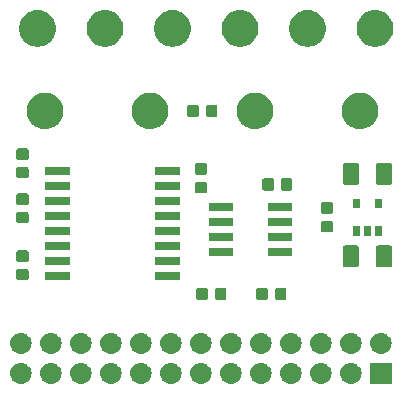
<source format=gbr>
G04 #@! TF.GenerationSoftware,KiCad,Pcbnew,(5.1.4)-1*
G04 #@! TF.CreationDate,2019-12-12T20:06:14+09:00*
G04 #@! TF.ProjectId,microcar_head,6d696372-6f63-4617-925f-686561642e6b,rev?*
G04 #@! TF.SameCoordinates,Original*
G04 #@! TF.FileFunction,Soldermask,Top*
G04 #@! TF.FilePolarity,Negative*
%FSLAX46Y46*%
G04 Gerber Fmt 4.6, Leading zero omitted, Abs format (unit mm)*
G04 Created by KiCad (PCBNEW (5.1.4)-1) date 2019-12-12 20:06:14*
%MOMM*%
%LPD*%
G04 APERTURE LIST*
%ADD10C,0.100000*%
G04 APERTURE END LIST*
D10*
G36*
X52209000Y-65036000D02*
G01*
X50407000Y-65036000D01*
X50407000Y-63234000D01*
X52209000Y-63234000D01*
X52209000Y-65036000D01*
X52209000Y-65036000D01*
G37*
G36*
X43798443Y-63240519D02*
G01*
X43864627Y-63247037D01*
X44034466Y-63298557D01*
X44190991Y-63382222D01*
X44226729Y-63411552D01*
X44328186Y-63494814D01*
X44411448Y-63596271D01*
X44440778Y-63632009D01*
X44524443Y-63788534D01*
X44575963Y-63958373D01*
X44593359Y-64135000D01*
X44575963Y-64311627D01*
X44524443Y-64481466D01*
X44440778Y-64637991D01*
X44411448Y-64673729D01*
X44328186Y-64775186D01*
X44226729Y-64858448D01*
X44190991Y-64887778D01*
X44034466Y-64971443D01*
X43864627Y-65022963D01*
X43798442Y-65029482D01*
X43732260Y-65036000D01*
X43643740Y-65036000D01*
X43577558Y-65029482D01*
X43511373Y-65022963D01*
X43341534Y-64971443D01*
X43185009Y-64887778D01*
X43149271Y-64858448D01*
X43047814Y-64775186D01*
X42964552Y-64673729D01*
X42935222Y-64637991D01*
X42851557Y-64481466D01*
X42800037Y-64311627D01*
X42782641Y-64135000D01*
X42800037Y-63958373D01*
X42851557Y-63788534D01*
X42935222Y-63632009D01*
X42964552Y-63596271D01*
X43047814Y-63494814D01*
X43149271Y-63411552D01*
X43185009Y-63382222D01*
X43341534Y-63298557D01*
X43511373Y-63247037D01*
X43577557Y-63240519D01*
X43643740Y-63234000D01*
X43732260Y-63234000D01*
X43798443Y-63240519D01*
X43798443Y-63240519D01*
G37*
G36*
X48878443Y-63240519D02*
G01*
X48944627Y-63247037D01*
X49114466Y-63298557D01*
X49270991Y-63382222D01*
X49306729Y-63411552D01*
X49408186Y-63494814D01*
X49491448Y-63596271D01*
X49520778Y-63632009D01*
X49604443Y-63788534D01*
X49655963Y-63958373D01*
X49673359Y-64135000D01*
X49655963Y-64311627D01*
X49604443Y-64481466D01*
X49520778Y-64637991D01*
X49491448Y-64673729D01*
X49408186Y-64775186D01*
X49306729Y-64858448D01*
X49270991Y-64887778D01*
X49114466Y-64971443D01*
X48944627Y-65022963D01*
X48878442Y-65029482D01*
X48812260Y-65036000D01*
X48723740Y-65036000D01*
X48657558Y-65029482D01*
X48591373Y-65022963D01*
X48421534Y-64971443D01*
X48265009Y-64887778D01*
X48229271Y-64858448D01*
X48127814Y-64775186D01*
X48044552Y-64673729D01*
X48015222Y-64637991D01*
X47931557Y-64481466D01*
X47880037Y-64311627D01*
X47862641Y-64135000D01*
X47880037Y-63958373D01*
X47931557Y-63788534D01*
X48015222Y-63632009D01*
X48044552Y-63596271D01*
X48127814Y-63494814D01*
X48229271Y-63411552D01*
X48265009Y-63382222D01*
X48421534Y-63298557D01*
X48591373Y-63247037D01*
X48657557Y-63240519D01*
X48723740Y-63234000D01*
X48812260Y-63234000D01*
X48878443Y-63240519D01*
X48878443Y-63240519D01*
G37*
G36*
X46338443Y-63240519D02*
G01*
X46404627Y-63247037D01*
X46574466Y-63298557D01*
X46730991Y-63382222D01*
X46766729Y-63411552D01*
X46868186Y-63494814D01*
X46951448Y-63596271D01*
X46980778Y-63632009D01*
X47064443Y-63788534D01*
X47115963Y-63958373D01*
X47133359Y-64135000D01*
X47115963Y-64311627D01*
X47064443Y-64481466D01*
X46980778Y-64637991D01*
X46951448Y-64673729D01*
X46868186Y-64775186D01*
X46766729Y-64858448D01*
X46730991Y-64887778D01*
X46574466Y-64971443D01*
X46404627Y-65022963D01*
X46338442Y-65029482D01*
X46272260Y-65036000D01*
X46183740Y-65036000D01*
X46117558Y-65029482D01*
X46051373Y-65022963D01*
X45881534Y-64971443D01*
X45725009Y-64887778D01*
X45689271Y-64858448D01*
X45587814Y-64775186D01*
X45504552Y-64673729D01*
X45475222Y-64637991D01*
X45391557Y-64481466D01*
X45340037Y-64311627D01*
X45322641Y-64135000D01*
X45340037Y-63958373D01*
X45391557Y-63788534D01*
X45475222Y-63632009D01*
X45504552Y-63596271D01*
X45587814Y-63494814D01*
X45689271Y-63411552D01*
X45725009Y-63382222D01*
X45881534Y-63298557D01*
X46051373Y-63247037D01*
X46117557Y-63240519D01*
X46183740Y-63234000D01*
X46272260Y-63234000D01*
X46338443Y-63240519D01*
X46338443Y-63240519D01*
G37*
G36*
X41258443Y-63240519D02*
G01*
X41324627Y-63247037D01*
X41494466Y-63298557D01*
X41650991Y-63382222D01*
X41686729Y-63411552D01*
X41788186Y-63494814D01*
X41871448Y-63596271D01*
X41900778Y-63632009D01*
X41984443Y-63788534D01*
X42035963Y-63958373D01*
X42053359Y-64135000D01*
X42035963Y-64311627D01*
X41984443Y-64481466D01*
X41900778Y-64637991D01*
X41871448Y-64673729D01*
X41788186Y-64775186D01*
X41686729Y-64858448D01*
X41650991Y-64887778D01*
X41494466Y-64971443D01*
X41324627Y-65022963D01*
X41258442Y-65029482D01*
X41192260Y-65036000D01*
X41103740Y-65036000D01*
X41037558Y-65029482D01*
X40971373Y-65022963D01*
X40801534Y-64971443D01*
X40645009Y-64887778D01*
X40609271Y-64858448D01*
X40507814Y-64775186D01*
X40424552Y-64673729D01*
X40395222Y-64637991D01*
X40311557Y-64481466D01*
X40260037Y-64311627D01*
X40242641Y-64135000D01*
X40260037Y-63958373D01*
X40311557Y-63788534D01*
X40395222Y-63632009D01*
X40424552Y-63596271D01*
X40507814Y-63494814D01*
X40609271Y-63411552D01*
X40645009Y-63382222D01*
X40801534Y-63298557D01*
X40971373Y-63247037D01*
X41037557Y-63240519D01*
X41103740Y-63234000D01*
X41192260Y-63234000D01*
X41258443Y-63240519D01*
X41258443Y-63240519D01*
G37*
G36*
X38718443Y-63240519D02*
G01*
X38784627Y-63247037D01*
X38954466Y-63298557D01*
X39110991Y-63382222D01*
X39146729Y-63411552D01*
X39248186Y-63494814D01*
X39331448Y-63596271D01*
X39360778Y-63632009D01*
X39444443Y-63788534D01*
X39495963Y-63958373D01*
X39513359Y-64135000D01*
X39495963Y-64311627D01*
X39444443Y-64481466D01*
X39360778Y-64637991D01*
X39331448Y-64673729D01*
X39248186Y-64775186D01*
X39146729Y-64858448D01*
X39110991Y-64887778D01*
X38954466Y-64971443D01*
X38784627Y-65022963D01*
X38718442Y-65029482D01*
X38652260Y-65036000D01*
X38563740Y-65036000D01*
X38497558Y-65029482D01*
X38431373Y-65022963D01*
X38261534Y-64971443D01*
X38105009Y-64887778D01*
X38069271Y-64858448D01*
X37967814Y-64775186D01*
X37884552Y-64673729D01*
X37855222Y-64637991D01*
X37771557Y-64481466D01*
X37720037Y-64311627D01*
X37702641Y-64135000D01*
X37720037Y-63958373D01*
X37771557Y-63788534D01*
X37855222Y-63632009D01*
X37884552Y-63596271D01*
X37967814Y-63494814D01*
X38069271Y-63411552D01*
X38105009Y-63382222D01*
X38261534Y-63298557D01*
X38431373Y-63247037D01*
X38497557Y-63240519D01*
X38563740Y-63234000D01*
X38652260Y-63234000D01*
X38718443Y-63240519D01*
X38718443Y-63240519D01*
G37*
G36*
X36178443Y-63240519D02*
G01*
X36244627Y-63247037D01*
X36414466Y-63298557D01*
X36570991Y-63382222D01*
X36606729Y-63411552D01*
X36708186Y-63494814D01*
X36791448Y-63596271D01*
X36820778Y-63632009D01*
X36904443Y-63788534D01*
X36955963Y-63958373D01*
X36973359Y-64135000D01*
X36955963Y-64311627D01*
X36904443Y-64481466D01*
X36820778Y-64637991D01*
X36791448Y-64673729D01*
X36708186Y-64775186D01*
X36606729Y-64858448D01*
X36570991Y-64887778D01*
X36414466Y-64971443D01*
X36244627Y-65022963D01*
X36178442Y-65029482D01*
X36112260Y-65036000D01*
X36023740Y-65036000D01*
X35957558Y-65029482D01*
X35891373Y-65022963D01*
X35721534Y-64971443D01*
X35565009Y-64887778D01*
X35529271Y-64858448D01*
X35427814Y-64775186D01*
X35344552Y-64673729D01*
X35315222Y-64637991D01*
X35231557Y-64481466D01*
X35180037Y-64311627D01*
X35162641Y-64135000D01*
X35180037Y-63958373D01*
X35231557Y-63788534D01*
X35315222Y-63632009D01*
X35344552Y-63596271D01*
X35427814Y-63494814D01*
X35529271Y-63411552D01*
X35565009Y-63382222D01*
X35721534Y-63298557D01*
X35891373Y-63247037D01*
X35957557Y-63240519D01*
X36023740Y-63234000D01*
X36112260Y-63234000D01*
X36178443Y-63240519D01*
X36178443Y-63240519D01*
G37*
G36*
X31098443Y-63240519D02*
G01*
X31164627Y-63247037D01*
X31334466Y-63298557D01*
X31490991Y-63382222D01*
X31526729Y-63411552D01*
X31628186Y-63494814D01*
X31711448Y-63596271D01*
X31740778Y-63632009D01*
X31824443Y-63788534D01*
X31875963Y-63958373D01*
X31893359Y-64135000D01*
X31875963Y-64311627D01*
X31824443Y-64481466D01*
X31740778Y-64637991D01*
X31711448Y-64673729D01*
X31628186Y-64775186D01*
X31526729Y-64858448D01*
X31490991Y-64887778D01*
X31334466Y-64971443D01*
X31164627Y-65022963D01*
X31098442Y-65029482D01*
X31032260Y-65036000D01*
X30943740Y-65036000D01*
X30877558Y-65029482D01*
X30811373Y-65022963D01*
X30641534Y-64971443D01*
X30485009Y-64887778D01*
X30449271Y-64858448D01*
X30347814Y-64775186D01*
X30264552Y-64673729D01*
X30235222Y-64637991D01*
X30151557Y-64481466D01*
X30100037Y-64311627D01*
X30082641Y-64135000D01*
X30100037Y-63958373D01*
X30151557Y-63788534D01*
X30235222Y-63632009D01*
X30264552Y-63596271D01*
X30347814Y-63494814D01*
X30449271Y-63411552D01*
X30485009Y-63382222D01*
X30641534Y-63298557D01*
X30811373Y-63247037D01*
X30877557Y-63240519D01*
X30943740Y-63234000D01*
X31032260Y-63234000D01*
X31098443Y-63240519D01*
X31098443Y-63240519D01*
G37*
G36*
X28558443Y-63240519D02*
G01*
X28624627Y-63247037D01*
X28794466Y-63298557D01*
X28950991Y-63382222D01*
X28986729Y-63411552D01*
X29088186Y-63494814D01*
X29171448Y-63596271D01*
X29200778Y-63632009D01*
X29284443Y-63788534D01*
X29335963Y-63958373D01*
X29353359Y-64135000D01*
X29335963Y-64311627D01*
X29284443Y-64481466D01*
X29200778Y-64637991D01*
X29171448Y-64673729D01*
X29088186Y-64775186D01*
X28986729Y-64858448D01*
X28950991Y-64887778D01*
X28794466Y-64971443D01*
X28624627Y-65022963D01*
X28558442Y-65029482D01*
X28492260Y-65036000D01*
X28403740Y-65036000D01*
X28337558Y-65029482D01*
X28271373Y-65022963D01*
X28101534Y-64971443D01*
X27945009Y-64887778D01*
X27909271Y-64858448D01*
X27807814Y-64775186D01*
X27724552Y-64673729D01*
X27695222Y-64637991D01*
X27611557Y-64481466D01*
X27560037Y-64311627D01*
X27542641Y-64135000D01*
X27560037Y-63958373D01*
X27611557Y-63788534D01*
X27695222Y-63632009D01*
X27724552Y-63596271D01*
X27807814Y-63494814D01*
X27909271Y-63411552D01*
X27945009Y-63382222D01*
X28101534Y-63298557D01*
X28271373Y-63247037D01*
X28337557Y-63240519D01*
X28403740Y-63234000D01*
X28492260Y-63234000D01*
X28558443Y-63240519D01*
X28558443Y-63240519D01*
G37*
G36*
X26018443Y-63240519D02*
G01*
X26084627Y-63247037D01*
X26254466Y-63298557D01*
X26410991Y-63382222D01*
X26446729Y-63411552D01*
X26548186Y-63494814D01*
X26631448Y-63596271D01*
X26660778Y-63632009D01*
X26744443Y-63788534D01*
X26795963Y-63958373D01*
X26813359Y-64135000D01*
X26795963Y-64311627D01*
X26744443Y-64481466D01*
X26660778Y-64637991D01*
X26631448Y-64673729D01*
X26548186Y-64775186D01*
X26446729Y-64858448D01*
X26410991Y-64887778D01*
X26254466Y-64971443D01*
X26084627Y-65022963D01*
X26018442Y-65029482D01*
X25952260Y-65036000D01*
X25863740Y-65036000D01*
X25797558Y-65029482D01*
X25731373Y-65022963D01*
X25561534Y-64971443D01*
X25405009Y-64887778D01*
X25369271Y-64858448D01*
X25267814Y-64775186D01*
X25184552Y-64673729D01*
X25155222Y-64637991D01*
X25071557Y-64481466D01*
X25020037Y-64311627D01*
X25002641Y-64135000D01*
X25020037Y-63958373D01*
X25071557Y-63788534D01*
X25155222Y-63632009D01*
X25184552Y-63596271D01*
X25267814Y-63494814D01*
X25369271Y-63411552D01*
X25405009Y-63382222D01*
X25561534Y-63298557D01*
X25731373Y-63247037D01*
X25797557Y-63240519D01*
X25863740Y-63234000D01*
X25952260Y-63234000D01*
X26018443Y-63240519D01*
X26018443Y-63240519D01*
G37*
G36*
X23478443Y-63240519D02*
G01*
X23544627Y-63247037D01*
X23714466Y-63298557D01*
X23870991Y-63382222D01*
X23906729Y-63411552D01*
X24008186Y-63494814D01*
X24091448Y-63596271D01*
X24120778Y-63632009D01*
X24204443Y-63788534D01*
X24255963Y-63958373D01*
X24273359Y-64135000D01*
X24255963Y-64311627D01*
X24204443Y-64481466D01*
X24120778Y-64637991D01*
X24091448Y-64673729D01*
X24008186Y-64775186D01*
X23906729Y-64858448D01*
X23870991Y-64887778D01*
X23714466Y-64971443D01*
X23544627Y-65022963D01*
X23478442Y-65029482D01*
X23412260Y-65036000D01*
X23323740Y-65036000D01*
X23257558Y-65029482D01*
X23191373Y-65022963D01*
X23021534Y-64971443D01*
X22865009Y-64887778D01*
X22829271Y-64858448D01*
X22727814Y-64775186D01*
X22644552Y-64673729D01*
X22615222Y-64637991D01*
X22531557Y-64481466D01*
X22480037Y-64311627D01*
X22462641Y-64135000D01*
X22480037Y-63958373D01*
X22531557Y-63788534D01*
X22615222Y-63632009D01*
X22644552Y-63596271D01*
X22727814Y-63494814D01*
X22829271Y-63411552D01*
X22865009Y-63382222D01*
X23021534Y-63298557D01*
X23191373Y-63247037D01*
X23257557Y-63240519D01*
X23323740Y-63234000D01*
X23412260Y-63234000D01*
X23478443Y-63240519D01*
X23478443Y-63240519D01*
G37*
G36*
X20938443Y-63240519D02*
G01*
X21004627Y-63247037D01*
X21174466Y-63298557D01*
X21330991Y-63382222D01*
X21366729Y-63411552D01*
X21468186Y-63494814D01*
X21551448Y-63596271D01*
X21580778Y-63632009D01*
X21664443Y-63788534D01*
X21715963Y-63958373D01*
X21733359Y-64135000D01*
X21715963Y-64311627D01*
X21664443Y-64481466D01*
X21580778Y-64637991D01*
X21551448Y-64673729D01*
X21468186Y-64775186D01*
X21366729Y-64858448D01*
X21330991Y-64887778D01*
X21174466Y-64971443D01*
X21004627Y-65022963D01*
X20938442Y-65029482D01*
X20872260Y-65036000D01*
X20783740Y-65036000D01*
X20717558Y-65029482D01*
X20651373Y-65022963D01*
X20481534Y-64971443D01*
X20325009Y-64887778D01*
X20289271Y-64858448D01*
X20187814Y-64775186D01*
X20104552Y-64673729D01*
X20075222Y-64637991D01*
X19991557Y-64481466D01*
X19940037Y-64311627D01*
X19922641Y-64135000D01*
X19940037Y-63958373D01*
X19991557Y-63788534D01*
X20075222Y-63632009D01*
X20104552Y-63596271D01*
X20187814Y-63494814D01*
X20289271Y-63411552D01*
X20325009Y-63382222D01*
X20481534Y-63298557D01*
X20651373Y-63247037D01*
X20717557Y-63240519D01*
X20783740Y-63234000D01*
X20872260Y-63234000D01*
X20938443Y-63240519D01*
X20938443Y-63240519D01*
G37*
G36*
X33638443Y-63240519D02*
G01*
X33704627Y-63247037D01*
X33874466Y-63298557D01*
X34030991Y-63382222D01*
X34066729Y-63411552D01*
X34168186Y-63494814D01*
X34251448Y-63596271D01*
X34280778Y-63632009D01*
X34364443Y-63788534D01*
X34415963Y-63958373D01*
X34433359Y-64135000D01*
X34415963Y-64311627D01*
X34364443Y-64481466D01*
X34280778Y-64637991D01*
X34251448Y-64673729D01*
X34168186Y-64775186D01*
X34066729Y-64858448D01*
X34030991Y-64887778D01*
X33874466Y-64971443D01*
X33704627Y-65022963D01*
X33638442Y-65029482D01*
X33572260Y-65036000D01*
X33483740Y-65036000D01*
X33417558Y-65029482D01*
X33351373Y-65022963D01*
X33181534Y-64971443D01*
X33025009Y-64887778D01*
X32989271Y-64858448D01*
X32887814Y-64775186D01*
X32804552Y-64673729D01*
X32775222Y-64637991D01*
X32691557Y-64481466D01*
X32640037Y-64311627D01*
X32622641Y-64135000D01*
X32640037Y-63958373D01*
X32691557Y-63788534D01*
X32775222Y-63632009D01*
X32804552Y-63596271D01*
X32887814Y-63494814D01*
X32989271Y-63411552D01*
X33025009Y-63382222D01*
X33181534Y-63298557D01*
X33351373Y-63247037D01*
X33417557Y-63240519D01*
X33483740Y-63234000D01*
X33572260Y-63234000D01*
X33638443Y-63240519D01*
X33638443Y-63240519D01*
G37*
G36*
X51418443Y-60700519D02*
G01*
X51484627Y-60707037D01*
X51654466Y-60758557D01*
X51810991Y-60842222D01*
X51846729Y-60871552D01*
X51948186Y-60954814D01*
X52031448Y-61056271D01*
X52060778Y-61092009D01*
X52144443Y-61248534D01*
X52195963Y-61418373D01*
X52213359Y-61595000D01*
X52195963Y-61771627D01*
X52144443Y-61941466D01*
X52060778Y-62097991D01*
X52031448Y-62133729D01*
X51948186Y-62235186D01*
X51846729Y-62318448D01*
X51810991Y-62347778D01*
X51654466Y-62431443D01*
X51484627Y-62482963D01*
X51418443Y-62489481D01*
X51352260Y-62496000D01*
X51263740Y-62496000D01*
X51197557Y-62489481D01*
X51131373Y-62482963D01*
X50961534Y-62431443D01*
X50805009Y-62347778D01*
X50769271Y-62318448D01*
X50667814Y-62235186D01*
X50584552Y-62133729D01*
X50555222Y-62097991D01*
X50471557Y-61941466D01*
X50420037Y-61771627D01*
X50402641Y-61595000D01*
X50420037Y-61418373D01*
X50471557Y-61248534D01*
X50555222Y-61092009D01*
X50584552Y-61056271D01*
X50667814Y-60954814D01*
X50769271Y-60871552D01*
X50805009Y-60842222D01*
X50961534Y-60758557D01*
X51131373Y-60707037D01*
X51197557Y-60700519D01*
X51263740Y-60694000D01*
X51352260Y-60694000D01*
X51418443Y-60700519D01*
X51418443Y-60700519D01*
G37*
G36*
X48878443Y-60700519D02*
G01*
X48944627Y-60707037D01*
X49114466Y-60758557D01*
X49270991Y-60842222D01*
X49306729Y-60871552D01*
X49408186Y-60954814D01*
X49491448Y-61056271D01*
X49520778Y-61092009D01*
X49604443Y-61248534D01*
X49655963Y-61418373D01*
X49673359Y-61595000D01*
X49655963Y-61771627D01*
X49604443Y-61941466D01*
X49520778Y-62097991D01*
X49491448Y-62133729D01*
X49408186Y-62235186D01*
X49306729Y-62318448D01*
X49270991Y-62347778D01*
X49114466Y-62431443D01*
X48944627Y-62482963D01*
X48878443Y-62489481D01*
X48812260Y-62496000D01*
X48723740Y-62496000D01*
X48657557Y-62489481D01*
X48591373Y-62482963D01*
X48421534Y-62431443D01*
X48265009Y-62347778D01*
X48229271Y-62318448D01*
X48127814Y-62235186D01*
X48044552Y-62133729D01*
X48015222Y-62097991D01*
X47931557Y-61941466D01*
X47880037Y-61771627D01*
X47862641Y-61595000D01*
X47880037Y-61418373D01*
X47931557Y-61248534D01*
X48015222Y-61092009D01*
X48044552Y-61056271D01*
X48127814Y-60954814D01*
X48229271Y-60871552D01*
X48265009Y-60842222D01*
X48421534Y-60758557D01*
X48591373Y-60707037D01*
X48657557Y-60700519D01*
X48723740Y-60694000D01*
X48812260Y-60694000D01*
X48878443Y-60700519D01*
X48878443Y-60700519D01*
G37*
G36*
X46338443Y-60700519D02*
G01*
X46404627Y-60707037D01*
X46574466Y-60758557D01*
X46730991Y-60842222D01*
X46766729Y-60871552D01*
X46868186Y-60954814D01*
X46951448Y-61056271D01*
X46980778Y-61092009D01*
X47064443Y-61248534D01*
X47115963Y-61418373D01*
X47133359Y-61595000D01*
X47115963Y-61771627D01*
X47064443Y-61941466D01*
X46980778Y-62097991D01*
X46951448Y-62133729D01*
X46868186Y-62235186D01*
X46766729Y-62318448D01*
X46730991Y-62347778D01*
X46574466Y-62431443D01*
X46404627Y-62482963D01*
X46338443Y-62489481D01*
X46272260Y-62496000D01*
X46183740Y-62496000D01*
X46117557Y-62489481D01*
X46051373Y-62482963D01*
X45881534Y-62431443D01*
X45725009Y-62347778D01*
X45689271Y-62318448D01*
X45587814Y-62235186D01*
X45504552Y-62133729D01*
X45475222Y-62097991D01*
X45391557Y-61941466D01*
X45340037Y-61771627D01*
X45322641Y-61595000D01*
X45340037Y-61418373D01*
X45391557Y-61248534D01*
X45475222Y-61092009D01*
X45504552Y-61056271D01*
X45587814Y-60954814D01*
X45689271Y-60871552D01*
X45725009Y-60842222D01*
X45881534Y-60758557D01*
X46051373Y-60707037D01*
X46117557Y-60700519D01*
X46183740Y-60694000D01*
X46272260Y-60694000D01*
X46338443Y-60700519D01*
X46338443Y-60700519D01*
G37*
G36*
X20938443Y-60700519D02*
G01*
X21004627Y-60707037D01*
X21174466Y-60758557D01*
X21330991Y-60842222D01*
X21366729Y-60871552D01*
X21468186Y-60954814D01*
X21551448Y-61056271D01*
X21580778Y-61092009D01*
X21664443Y-61248534D01*
X21715963Y-61418373D01*
X21733359Y-61595000D01*
X21715963Y-61771627D01*
X21664443Y-61941466D01*
X21580778Y-62097991D01*
X21551448Y-62133729D01*
X21468186Y-62235186D01*
X21366729Y-62318448D01*
X21330991Y-62347778D01*
X21174466Y-62431443D01*
X21004627Y-62482963D01*
X20938443Y-62489481D01*
X20872260Y-62496000D01*
X20783740Y-62496000D01*
X20717557Y-62489481D01*
X20651373Y-62482963D01*
X20481534Y-62431443D01*
X20325009Y-62347778D01*
X20289271Y-62318448D01*
X20187814Y-62235186D01*
X20104552Y-62133729D01*
X20075222Y-62097991D01*
X19991557Y-61941466D01*
X19940037Y-61771627D01*
X19922641Y-61595000D01*
X19940037Y-61418373D01*
X19991557Y-61248534D01*
X20075222Y-61092009D01*
X20104552Y-61056271D01*
X20187814Y-60954814D01*
X20289271Y-60871552D01*
X20325009Y-60842222D01*
X20481534Y-60758557D01*
X20651373Y-60707037D01*
X20717557Y-60700519D01*
X20783740Y-60694000D01*
X20872260Y-60694000D01*
X20938443Y-60700519D01*
X20938443Y-60700519D01*
G37*
G36*
X43798443Y-60700519D02*
G01*
X43864627Y-60707037D01*
X44034466Y-60758557D01*
X44190991Y-60842222D01*
X44226729Y-60871552D01*
X44328186Y-60954814D01*
X44411448Y-61056271D01*
X44440778Y-61092009D01*
X44524443Y-61248534D01*
X44575963Y-61418373D01*
X44593359Y-61595000D01*
X44575963Y-61771627D01*
X44524443Y-61941466D01*
X44440778Y-62097991D01*
X44411448Y-62133729D01*
X44328186Y-62235186D01*
X44226729Y-62318448D01*
X44190991Y-62347778D01*
X44034466Y-62431443D01*
X43864627Y-62482963D01*
X43798443Y-62489481D01*
X43732260Y-62496000D01*
X43643740Y-62496000D01*
X43577557Y-62489481D01*
X43511373Y-62482963D01*
X43341534Y-62431443D01*
X43185009Y-62347778D01*
X43149271Y-62318448D01*
X43047814Y-62235186D01*
X42964552Y-62133729D01*
X42935222Y-62097991D01*
X42851557Y-61941466D01*
X42800037Y-61771627D01*
X42782641Y-61595000D01*
X42800037Y-61418373D01*
X42851557Y-61248534D01*
X42935222Y-61092009D01*
X42964552Y-61056271D01*
X43047814Y-60954814D01*
X43149271Y-60871552D01*
X43185009Y-60842222D01*
X43341534Y-60758557D01*
X43511373Y-60707037D01*
X43577557Y-60700519D01*
X43643740Y-60694000D01*
X43732260Y-60694000D01*
X43798443Y-60700519D01*
X43798443Y-60700519D01*
G37*
G36*
X41258443Y-60700519D02*
G01*
X41324627Y-60707037D01*
X41494466Y-60758557D01*
X41650991Y-60842222D01*
X41686729Y-60871552D01*
X41788186Y-60954814D01*
X41871448Y-61056271D01*
X41900778Y-61092009D01*
X41984443Y-61248534D01*
X42035963Y-61418373D01*
X42053359Y-61595000D01*
X42035963Y-61771627D01*
X41984443Y-61941466D01*
X41900778Y-62097991D01*
X41871448Y-62133729D01*
X41788186Y-62235186D01*
X41686729Y-62318448D01*
X41650991Y-62347778D01*
X41494466Y-62431443D01*
X41324627Y-62482963D01*
X41258443Y-62489481D01*
X41192260Y-62496000D01*
X41103740Y-62496000D01*
X41037557Y-62489481D01*
X40971373Y-62482963D01*
X40801534Y-62431443D01*
X40645009Y-62347778D01*
X40609271Y-62318448D01*
X40507814Y-62235186D01*
X40424552Y-62133729D01*
X40395222Y-62097991D01*
X40311557Y-61941466D01*
X40260037Y-61771627D01*
X40242641Y-61595000D01*
X40260037Y-61418373D01*
X40311557Y-61248534D01*
X40395222Y-61092009D01*
X40424552Y-61056271D01*
X40507814Y-60954814D01*
X40609271Y-60871552D01*
X40645009Y-60842222D01*
X40801534Y-60758557D01*
X40971373Y-60707037D01*
X41037557Y-60700519D01*
X41103740Y-60694000D01*
X41192260Y-60694000D01*
X41258443Y-60700519D01*
X41258443Y-60700519D01*
G37*
G36*
X33638443Y-60700519D02*
G01*
X33704627Y-60707037D01*
X33874466Y-60758557D01*
X34030991Y-60842222D01*
X34066729Y-60871552D01*
X34168186Y-60954814D01*
X34251448Y-61056271D01*
X34280778Y-61092009D01*
X34364443Y-61248534D01*
X34415963Y-61418373D01*
X34433359Y-61595000D01*
X34415963Y-61771627D01*
X34364443Y-61941466D01*
X34280778Y-62097991D01*
X34251448Y-62133729D01*
X34168186Y-62235186D01*
X34066729Y-62318448D01*
X34030991Y-62347778D01*
X33874466Y-62431443D01*
X33704627Y-62482963D01*
X33638443Y-62489481D01*
X33572260Y-62496000D01*
X33483740Y-62496000D01*
X33417557Y-62489481D01*
X33351373Y-62482963D01*
X33181534Y-62431443D01*
X33025009Y-62347778D01*
X32989271Y-62318448D01*
X32887814Y-62235186D01*
X32804552Y-62133729D01*
X32775222Y-62097991D01*
X32691557Y-61941466D01*
X32640037Y-61771627D01*
X32622641Y-61595000D01*
X32640037Y-61418373D01*
X32691557Y-61248534D01*
X32775222Y-61092009D01*
X32804552Y-61056271D01*
X32887814Y-60954814D01*
X32989271Y-60871552D01*
X33025009Y-60842222D01*
X33181534Y-60758557D01*
X33351373Y-60707037D01*
X33417557Y-60700519D01*
X33483740Y-60694000D01*
X33572260Y-60694000D01*
X33638443Y-60700519D01*
X33638443Y-60700519D01*
G37*
G36*
X31098443Y-60700519D02*
G01*
X31164627Y-60707037D01*
X31334466Y-60758557D01*
X31490991Y-60842222D01*
X31526729Y-60871552D01*
X31628186Y-60954814D01*
X31711448Y-61056271D01*
X31740778Y-61092009D01*
X31824443Y-61248534D01*
X31875963Y-61418373D01*
X31893359Y-61595000D01*
X31875963Y-61771627D01*
X31824443Y-61941466D01*
X31740778Y-62097991D01*
X31711448Y-62133729D01*
X31628186Y-62235186D01*
X31526729Y-62318448D01*
X31490991Y-62347778D01*
X31334466Y-62431443D01*
X31164627Y-62482963D01*
X31098443Y-62489481D01*
X31032260Y-62496000D01*
X30943740Y-62496000D01*
X30877557Y-62489481D01*
X30811373Y-62482963D01*
X30641534Y-62431443D01*
X30485009Y-62347778D01*
X30449271Y-62318448D01*
X30347814Y-62235186D01*
X30264552Y-62133729D01*
X30235222Y-62097991D01*
X30151557Y-61941466D01*
X30100037Y-61771627D01*
X30082641Y-61595000D01*
X30100037Y-61418373D01*
X30151557Y-61248534D01*
X30235222Y-61092009D01*
X30264552Y-61056271D01*
X30347814Y-60954814D01*
X30449271Y-60871552D01*
X30485009Y-60842222D01*
X30641534Y-60758557D01*
X30811373Y-60707037D01*
X30877557Y-60700519D01*
X30943740Y-60694000D01*
X31032260Y-60694000D01*
X31098443Y-60700519D01*
X31098443Y-60700519D01*
G37*
G36*
X23478443Y-60700519D02*
G01*
X23544627Y-60707037D01*
X23714466Y-60758557D01*
X23870991Y-60842222D01*
X23906729Y-60871552D01*
X24008186Y-60954814D01*
X24091448Y-61056271D01*
X24120778Y-61092009D01*
X24204443Y-61248534D01*
X24255963Y-61418373D01*
X24273359Y-61595000D01*
X24255963Y-61771627D01*
X24204443Y-61941466D01*
X24120778Y-62097991D01*
X24091448Y-62133729D01*
X24008186Y-62235186D01*
X23906729Y-62318448D01*
X23870991Y-62347778D01*
X23714466Y-62431443D01*
X23544627Y-62482963D01*
X23478443Y-62489481D01*
X23412260Y-62496000D01*
X23323740Y-62496000D01*
X23257557Y-62489481D01*
X23191373Y-62482963D01*
X23021534Y-62431443D01*
X22865009Y-62347778D01*
X22829271Y-62318448D01*
X22727814Y-62235186D01*
X22644552Y-62133729D01*
X22615222Y-62097991D01*
X22531557Y-61941466D01*
X22480037Y-61771627D01*
X22462641Y-61595000D01*
X22480037Y-61418373D01*
X22531557Y-61248534D01*
X22615222Y-61092009D01*
X22644552Y-61056271D01*
X22727814Y-60954814D01*
X22829271Y-60871552D01*
X22865009Y-60842222D01*
X23021534Y-60758557D01*
X23191373Y-60707037D01*
X23257557Y-60700519D01*
X23323740Y-60694000D01*
X23412260Y-60694000D01*
X23478443Y-60700519D01*
X23478443Y-60700519D01*
G37*
G36*
X28558443Y-60700519D02*
G01*
X28624627Y-60707037D01*
X28794466Y-60758557D01*
X28950991Y-60842222D01*
X28986729Y-60871552D01*
X29088186Y-60954814D01*
X29171448Y-61056271D01*
X29200778Y-61092009D01*
X29284443Y-61248534D01*
X29335963Y-61418373D01*
X29353359Y-61595000D01*
X29335963Y-61771627D01*
X29284443Y-61941466D01*
X29200778Y-62097991D01*
X29171448Y-62133729D01*
X29088186Y-62235186D01*
X28986729Y-62318448D01*
X28950991Y-62347778D01*
X28794466Y-62431443D01*
X28624627Y-62482963D01*
X28558443Y-62489481D01*
X28492260Y-62496000D01*
X28403740Y-62496000D01*
X28337557Y-62489481D01*
X28271373Y-62482963D01*
X28101534Y-62431443D01*
X27945009Y-62347778D01*
X27909271Y-62318448D01*
X27807814Y-62235186D01*
X27724552Y-62133729D01*
X27695222Y-62097991D01*
X27611557Y-61941466D01*
X27560037Y-61771627D01*
X27542641Y-61595000D01*
X27560037Y-61418373D01*
X27611557Y-61248534D01*
X27695222Y-61092009D01*
X27724552Y-61056271D01*
X27807814Y-60954814D01*
X27909271Y-60871552D01*
X27945009Y-60842222D01*
X28101534Y-60758557D01*
X28271373Y-60707037D01*
X28337557Y-60700519D01*
X28403740Y-60694000D01*
X28492260Y-60694000D01*
X28558443Y-60700519D01*
X28558443Y-60700519D01*
G37*
G36*
X26018443Y-60700519D02*
G01*
X26084627Y-60707037D01*
X26254466Y-60758557D01*
X26410991Y-60842222D01*
X26446729Y-60871552D01*
X26548186Y-60954814D01*
X26631448Y-61056271D01*
X26660778Y-61092009D01*
X26744443Y-61248534D01*
X26795963Y-61418373D01*
X26813359Y-61595000D01*
X26795963Y-61771627D01*
X26744443Y-61941466D01*
X26660778Y-62097991D01*
X26631448Y-62133729D01*
X26548186Y-62235186D01*
X26446729Y-62318448D01*
X26410991Y-62347778D01*
X26254466Y-62431443D01*
X26084627Y-62482963D01*
X26018443Y-62489481D01*
X25952260Y-62496000D01*
X25863740Y-62496000D01*
X25797557Y-62489481D01*
X25731373Y-62482963D01*
X25561534Y-62431443D01*
X25405009Y-62347778D01*
X25369271Y-62318448D01*
X25267814Y-62235186D01*
X25184552Y-62133729D01*
X25155222Y-62097991D01*
X25071557Y-61941466D01*
X25020037Y-61771627D01*
X25002641Y-61595000D01*
X25020037Y-61418373D01*
X25071557Y-61248534D01*
X25155222Y-61092009D01*
X25184552Y-61056271D01*
X25267814Y-60954814D01*
X25369271Y-60871552D01*
X25405009Y-60842222D01*
X25561534Y-60758557D01*
X25731373Y-60707037D01*
X25797557Y-60700519D01*
X25863740Y-60694000D01*
X25952260Y-60694000D01*
X26018443Y-60700519D01*
X26018443Y-60700519D01*
G37*
G36*
X36178443Y-60700519D02*
G01*
X36244627Y-60707037D01*
X36414466Y-60758557D01*
X36570991Y-60842222D01*
X36606729Y-60871552D01*
X36708186Y-60954814D01*
X36791448Y-61056271D01*
X36820778Y-61092009D01*
X36904443Y-61248534D01*
X36955963Y-61418373D01*
X36973359Y-61595000D01*
X36955963Y-61771627D01*
X36904443Y-61941466D01*
X36820778Y-62097991D01*
X36791448Y-62133729D01*
X36708186Y-62235186D01*
X36606729Y-62318448D01*
X36570991Y-62347778D01*
X36414466Y-62431443D01*
X36244627Y-62482963D01*
X36178443Y-62489481D01*
X36112260Y-62496000D01*
X36023740Y-62496000D01*
X35957557Y-62489481D01*
X35891373Y-62482963D01*
X35721534Y-62431443D01*
X35565009Y-62347778D01*
X35529271Y-62318448D01*
X35427814Y-62235186D01*
X35344552Y-62133729D01*
X35315222Y-62097991D01*
X35231557Y-61941466D01*
X35180037Y-61771627D01*
X35162641Y-61595000D01*
X35180037Y-61418373D01*
X35231557Y-61248534D01*
X35315222Y-61092009D01*
X35344552Y-61056271D01*
X35427814Y-60954814D01*
X35529271Y-60871552D01*
X35565009Y-60842222D01*
X35721534Y-60758557D01*
X35891373Y-60707037D01*
X35957557Y-60700519D01*
X36023740Y-60694000D01*
X36112260Y-60694000D01*
X36178443Y-60700519D01*
X36178443Y-60700519D01*
G37*
G36*
X38718443Y-60700519D02*
G01*
X38784627Y-60707037D01*
X38954466Y-60758557D01*
X39110991Y-60842222D01*
X39146729Y-60871552D01*
X39248186Y-60954814D01*
X39331448Y-61056271D01*
X39360778Y-61092009D01*
X39444443Y-61248534D01*
X39495963Y-61418373D01*
X39513359Y-61595000D01*
X39495963Y-61771627D01*
X39444443Y-61941466D01*
X39360778Y-62097991D01*
X39331448Y-62133729D01*
X39248186Y-62235186D01*
X39146729Y-62318448D01*
X39110991Y-62347778D01*
X38954466Y-62431443D01*
X38784627Y-62482963D01*
X38718443Y-62489481D01*
X38652260Y-62496000D01*
X38563740Y-62496000D01*
X38497557Y-62489481D01*
X38431373Y-62482963D01*
X38261534Y-62431443D01*
X38105009Y-62347778D01*
X38069271Y-62318448D01*
X37967814Y-62235186D01*
X37884552Y-62133729D01*
X37855222Y-62097991D01*
X37771557Y-61941466D01*
X37720037Y-61771627D01*
X37702641Y-61595000D01*
X37720037Y-61418373D01*
X37771557Y-61248534D01*
X37855222Y-61092009D01*
X37884552Y-61056271D01*
X37967814Y-60954814D01*
X38069271Y-60871552D01*
X38105009Y-60842222D01*
X38261534Y-60758557D01*
X38431373Y-60707037D01*
X38497557Y-60700519D01*
X38563740Y-60694000D01*
X38652260Y-60694000D01*
X38718443Y-60700519D01*
X38718443Y-60700519D01*
G37*
G36*
X41591591Y-56882085D02*
G01*
X41625569Y-56892393D01*
X41656890Y-56909134D01*
X41684339Y-56931661D01*
X41706866Y-56959110D01*
X41723607Y-56990431D01*
X41733915Y-57024409D01*
X41738000Y-57065890D01*
X41738000Y-57742110D01*
X41733915Y-57783591D01*
X41723607Y-57817569D01*
X41706866Y-57848890D01*
X41684339Y-57876339D01*
X41656890Y-57898866D01*
X41625569Y-57915607D01*
X41591591Y-57925915D01*
X41550110Y-57930000D01*
X40948890Y-57930000D01*
X40907409Y-57925915D01*
X40873431Y-57915607D01*
X40842110Y-57898866D01*
X40814661Y-57876339D01*
X40792134Y-57848890D01*
X40775393Y-57817569D01*
X40765085Y-57783591D01*
X40761000Y-57742110D01*
X40761000Y-57065890D01*
X40765085Y-57024409D01*
X40775393Y-56990431D01*
X40792134Y-56959110D01*
X40814661Y-56931661D01*
X40842110Y-56909134D01*
X40873431Y-56892393D01*
X40907409Y-56882085D01*
X40948890Y-56878000D01*
X41550110Y-56878000D01*
X41591591Y-56882085D01*
X41591591Y-56882085D01*
G37*
G36*
X43166591Y-56882085D02*
G01*
X43200569Y-56892393D01*
X43231890Y-56909134D01*
X43259339Y-56931661D01*
X43281866Y-56959110D01*
X43298607Y-56990431D01*
X43308915Y-57024409D01*
X43313000Y-57065890D01*
X43313000Y-57742110D01*
X43308915Y-57783591D01*
X43298607Y-57817569D01*
X43281866Y-57848890D01*
X43259339Y-57876339D01*
X43231890Y-57898866D01*
X43200569Y-57915607D01*
X43166591Y-57925915D01*
X43125110Y-57930000D01*
X42523890Y-57930000D01*
X42482409Y-57925915D01*
X42448431Y-57915607D01*
X42417110Y-57898866D01*
X42389661Y-57876339D01*
X42367134Y-57848890D01*
X42350393Y-57817569D01*
X42340085Y-57783591D01*
X42336000Y-57742110D01*
X42336000Y-57065890D01*
X42340085Y-57024409D01*
X42350393Y-56990431D01*
X42367134Y-56959110D01*
X42389661Y-56931661D01*
X42417110Y-56909134D01*
X42448431Y-56892393D01*
X42482409Y-56882085D01*
X42523890Y-56878000D01*
X43125110Y-56878000D01*
X43166591Y-56882085D01*
X43166591Y-56882085D01*
G37*
G36*
X38086591Y-56882085D02*
G01*
X38120569Y-56892393D01*
X38151890Y-56909134D01*
X38179339Y-56931661D01*
X38201866Y-56959110D01*
X38218607Y-56990431D01*
X38228915Y-57024409D01*
X38233000Y-57065890D01*
X38233000Y-57742110D01*
X38228915Y-57783591D01*
X38218607Y-57817569D01*
X38201866Y-57848890D01*
X38179339Y-57876339D01*
X38151890Y-57898866D01*
X38120569Y-57915607D01*
X38086591Y-57925915D01*
X38045110Y-57930000D01*
X37443890Y-57930000D01*
X37402409Y-57925915D01*
X37368431Y-57915607D01*
X37337110Y-57898866D01*
X37309661Y-57876339D01*
X37287134Y-57848890D01*
X37270393Y-57817569D01*
X37260085Y-57783591D01*
X37256000Y-57742110D01*
X37256000Y-57065890D01*
X37260085Y-57024409D01*
X37270393Y-56990431D01*
X37287134Y-56959110D01*
X37309661Y-56931661D01*
X37337110Y-56909134D01*
X37368431Y-56892393D01*
X37402409Y-56882085D01*
X37443890Y-56878000D01*
X38045110Y-56878000D01*
X38086591Y-56882085D01*
X38086591Y-56882085D01*
G37*
G36*
X36511591Y-56882085D02*
G01*
X36545569Y-56892393D01*
X36576890Y-56909134D01*
X36604339Y-56931661D01*
X36626866Y-56959110D01*
X36643607Y-56990431D01*
X36653915Y-57024409D01*
X36658000Y-57065890D01*
X36658000Y-57742110D01*
X36653915Y-57783591D01*
X36643607Y-57817569D01*
X36626866Y-57848890D01*
X36604339Y-57876339D01*
X36576890Y-57898866D01*
X36545569Y-57915607D01*
X36511591Y-57925915D01*
X36470110Y-57930000D01*
X35868890Y-57930000D01*
X35827409Y-57925915D01*
X35793431Y-57915607D01*
X35762110Y-57898866D01*
X35734661Y-57876339D01*
X35712134Y-57848890D01*
X35695393Y-57817569D01*
X35685085Y-57783591D01*
X35681000Y-57742110D01*
X35681000Y-57065890D01*
X35685085Y-57024409D01*
X35695393Y-56990431D01*
X35712134Y-56959110D01*
X35734661Y-56931661D01*
X35762110Y-56909134D01*
X35793431Y-56892393D01*
X35827409Y-56882085D01*
X35868890Y-56878000D01*
X36470110Y-56878000D01*
X36511591Y-56882085D01*
X36511591Y-56882085D01*
G37*
G36*
X21334591Y-55294085D02*
G01*
X21368569Y-55304393D01*
X21399890Y-55321134D01*
X21427339Y-55343661D01*
X21449866Y-55371110D01*
X21466607Y-55402431D01*
X21476915Y-55436409D01*
X21481000Y-55477890D01*
X21481000Y-56079110D01*
X21476915Y-56120591D01*
X21466607Y-56154569D01*
X21449866Y-56185890D01*
X21427339Y-56213339D01*
X21399890Y-56235866D01*
X21368569Y-56252607D01*
X21334591Y-56262915D01*
X21293110Y-56267000D01*
X20616890Y-56267000D01*
X20575409Y-56262915D01*
X20541431Y-56252607D01*
X20510110Y-56235866D01*
X20482661Y-56213339D01*
X20460134Y-56185890D01*
X20443393Y-56154569D01*
X20433085Y-56120591D01*
X20429000Y-56079110D01*
X20429000Y-55477890D01*
X20433085Y-55436409D01*
X20443393Y-55402431D01*
X20460134Y-55371110D01*
X20482661Y-55343661D01*
X20510110Y-55321134D01*
X20541431Y-55304393D01*
X20575409Y-55294085D01*
X20616890Y-55290000D01*
X21293110Y-55290000D01*
X21334591Y-55294085D01*
X21334591Y-55294085D01*
G37*
G36*
X24909928Y-55531764D02*
G01*
X24931009Y-55538160D01*
X24950445Y-55548548D01*
X24967476Y-55562524D01*
X24981452Y-55579555D01*
X24991840Y-55598991D01*
X24998236Y-55620072D01*
X25001000Y-55648140D01*
X25001000Y-56111860D01*
X24998236Y-56139928D01*
X24991840Y-56161009D01*
X24981452Y-56180445D01*
X24967476Y-56197476D01*
X24950445Y-56211452D01*
X24931009Y-56221840D01*
X24909928Y-56228236D01*
X24881860Y-56231000D01*
X22968140Y-56231000D01*
X22940072Y-56228236D01*
X22918991Y-56221840D01*
X22899555Y-56211452D01*
X22882524Y-56197476D01*
X22868548Y-56180445D01*
X22858160Y-56161009D01*
X22851764Y-56139928D01*
X22849000Y-56111860D01*
X22849000Y-55648140D01*
X22851764Y-55620072D01*
X22858160Y-55598991D01*
X22868548Y-55579555D01*
X22882524Y-55562524D01*
X22899555Y-55548548D01*
X22918991Y-55538160D01*
X22940072Y-55531764D01*
X22968140Y-55529000D01*
X24881860Y-55529000D01*
X24909928Y-55531764D01*
X24909928Y-55531764D01*
G37*
G36*
X34209928Y-55531764D02*
G01*
X34231009Y-55538160D01*
X34250445Y-55548548D01*
X34267476Y-55562524D01*
X34281452Y-55579555D01*
X34291840Y-55598991D01*
X34298236Y-55620072D01*
X34301000Y-55648140D01*
X34301000Y-56111860D01*
X34298236Y-56139928D01*
X34291840Y-56161009D01*
X34281452Y-56180445D01*
X34267476Y-56197476D01*
X34250445Y-56211452D01*
X34231009Y-56221840D01*
X34209928Y-56228236D01*
X34181860Y-56231000D01*
X32268140Y-56231000D01*
X32240072Y-56228236D01*
X32218991Y-56221840D01*
X32199555Y-56211452D01*
X32182524Y-56197476D01*
X32168548Y-56180445D01*
X32158160Y-56161009D01*
X32151764Y-56139928D01*
X32149000Y-56111860D01*
X32149000Y-55648140D01*
X32151764Y-55620072D01*
X32158160Y-55598991D01*
X32168548Y-55579555D01*
X32182524Y-55562524D01*
X32199555Y-55548548D01*
X32218991Y-55538160D01*
X32240072Y-55531764D01*
X32268140Y-55529000D01*
X34181860Y-55529000D01*
X34209928Y-55531764D01*
X34209928Y-55531764D01*
G37*
G36*
X52083604Y-53307347D02*
G01*
X52120144Y-53318432D01*
X52153821Y-53336433D01*
X52183341Y-53360659D01*
X52207567Y-53390179D01*
X52225568Y-53423856D01*
X52236653Y-53460396D01*
X52241000Y-53504538D01*
X52241000Y-54953462D01*
X52236653Y-54997604D01*
X52225568Y-55034144D01*
X52207567Y-55067821D01*
X52183341Y-55097341D01*
X52153821Y-55121567D01*
X52120144Y-55139568D01*
X52083604Y-55150653D01*
X52039462Y-55155000D01*
X51090538Y-55155000D01*
X51046396Y-55150653D01*
X51009856Y-55139568D01*
X50976179Y-55121567D01*
X50946659Y-55097341D01*
X50922433Y-55067821D01*
X50904432Y-55034144D01*
X50893347Y-54997604D01*
X50889000Y-54953462D01*
X50889000Y-53504538D01*
X50893347Y-53460396D01*
X50904432Y-53423856D01*
X50922433Y-53390179D01*
X50946659Y-53360659D01*
X50976179Y-53336433D01*
X51009856Y-53318432D01*
X51046396Y-53307347D01*
X51090538Y-53303000D01*
X52039462Y-53303000D01*
X52083604Y-53307347D01*
X52083604Y-53307347D01*
G37*
G36*
X49283604Y-53307347D02*
G01*
X49320144Y-53318432D01*
X49353821Y-53336433D01*
X49383341Y-53360659D01*
X49407567Y-53390179D01*
X49425568Y-53423856D01*
X49436653Y-53460396D01*
X49441000Y-53504538D01*
X49441000Y-54953462D01*
X49436653Y-54997604D01*
X49425568Y-55034144D01*
X49407567Y-55067821D01*
X49383341Y-55097341D01*
X49353821Y-55121567D01*
X49320144Y-55139568D01*
X49283604Y-55150653D01*
X49239462Y-55155000D01*
X48290538Y-55155000D01*
X48246396Y-55150653D01*
X48209856Y-55139568D01*
X48176179Y-55121567D01*
X48146659Y-55097341D01*
X48122433Y-55067821D01*
X48104432Y-55034144D01*
X48093347Y-54997604D01*
X48089000Y-54953462D01*
X48089000Y-53504538D01*
X48093347Y-53460396D01*
X48104432Y-53423856D01*
X48122433Y-53390179D01*
X48146659Y-53360659D01*
X48176179Y-53336433D01*
X48209856Y-53318432D01*
X48246396Y-53307347D01*
X48290538Y-53303000D01*
X49239462Y-53303000D01*
X49283604Y-53307347D01*
X49283604Y-53307347D01*
G37*
G36*
X34209928Y-54261764D02*
G01*
X34231009Y-54268160D01*
X34250445Y-54278548D01*
X34267476Y-54292524D01*
X34281452Y-54309555D01*
X34291840Y-54328991D01*
X34298236Y-54350072D01*
X34301000Y-54378140D01*
X34301000Y-54841860D01*
X34298236Y-54869928D01*
X34291840Y-54891009D01*
X34281452Y-54910445D01*
X34267476Y-54927476D01*
X34250445Y-54941452D01*
X34231009Y-54951840D01*
X34209928Y-54958236D01*
X34181860Y-54961000D01*
X32268140Y-54961000D01*
X32240072Y-54958236D01*
X32218991Y-54951840D01*
X32199555Y-54941452D01*
X32182524Y-54927476D01*
X32168548Y-54910445D01*
X32158160Y-54891009D01*
X32151764Y-54869928D01*
X32149000Y-54841860D01*
X32149000Y-54378140D01*
X32151764Y-54350072D01*
X32158160Y-54328991D01*
X32168548Y-54309555D01*
X32182524Y-54292524D01*
X32199555Y-54278548D01*
X32218991Y-54268160D01*
X32240072Y-54261764D01*
X32268140Y-54259000D01*
X34181860Y-54259000D01*
X34209928Y-54261764D01*
X34209928Y-54261764D01*
G37*
G36*
X24909928Y-54261764D02*
G01*
X24931009Y-54268160D01*
X24950445Y-54278548D01*
X24967476Y-54292524D01*
X24981452Y-54309555D01*
X24991840Y-54328991D01*
X24998236Y-54350072D01*
X25001000Y-54378140D01*
X25001000Y-54841860D01*
X24998236Y-54869928D01*
X24991840Y-54891009D01*
X24981452Y-54910445D01*
X24967476Y-54927476D01*
X24950445Y-54941452D01*
X24931009Y-54951840D01*
X24909928Y-54958236D01*
X24881860Y-54961000D01*
X22968140Y-54961000D01*
X22940072Y-54958236D01*
X22918991Y-54951840D01*
X22899555Y-54941452D01*
X22882524Y-54927476D01*
X22868548Y-54910445D01*
X22858160Y-54891009D01*
X22851764Y-54869928D01*
X22849000Y-54841860D01*
X22849000Y-54378140D01*
X22851764Y-54350072D01*
X22858160Y-54328991D01*
X22868548Y-54309555D01*
X22882524Y-54292524D01*
X22899555Y-54278548D01*
X22918991Y-54268160D01*
X22940072Y-54261764D01*
X22968140Y-54259000D01*
X24881860Y-54259000D01*
X24909928Y-54261764D01*
X24909928Y-54261764D01*
G37*
G36*
X21334591Y-53719085D02*
G01*
X21368569Y-53729393D01*
X21399890Y-53746134D01*
X21427339Y-53768661D01*
X21449866Y-53796110D01*
X21466607Y-53827431D01*
X21476915Y-53861409D01*
X21481000Y-53902890D01*
X21481000Y-54504110D01*
X21476915Y-54545591D01*
X21466607Y-54579569D01*
X21449866Y-54610890D01*
X21427339Y-54638339D01*
X21399890Y-54660866D01*
X21368569Y-54677607D01*
X21334591Y-54687915D01*
X21293110Y-54692000D01*
X20616890Y-54692000D01*
X20575409Y-54687915D01*
X20541431Y-54677607D01*
X20510110Y-54660866D01*
X20482661Y-54638339D01*
X20460134Y-54610890D01*
X20443393Y-54579569D01*
X20433085Y-54545591D01*
X20429000Y-54504110D01*
X20429000Y-53902890D01*
X20433085Y-53861409D01*
X20443393Y-53827431D01*
X20460134Y-53796110D01*
X20482661Y-53768661D01*
X20510110Y-53746134D01*
X20541431Y-53729393D01*
X20575409Y-53719085D01*
X20616890Y-53715000D01*
X21293110Y-53715000D01*
X21334591Y-53719085D01*
X21334591Y-53719085D01*
G37*
G36*
X43668928Y-53499764D02*
G01*
X43690009Y-53506160D01*
X43709445Y-53516548D01*
X43726476Y-53530524D01*
X43740452Y-53547555D01*
X43750840Y-53566991D01*
X43757236Y-53588072D01*
X43760000Y-53616140D01*
X43760000Y-54079860D01*
X43757236Y-54107928D01*
X43750840Y-54129009D01*
X43740452Y-54148445D01*
X43726476Y-54165476D01*
X43709445Y-54179452D01*
X43690009Y-54189840D01*
X43668928Y-54196236D01*
X43640860Y-54199000D01*
X41827140Y-54199000D01*
X41799072Y-54196236D01*
X41777991Y-54189840D01*
X41758555Y-54179452D01*
X41741524Y-54165476D01*
X41727548Y-54148445D01*
X41717160Y-54129009D01*
X41710764Y-54107928D01*
X41708000Y-54079860D01*
X41708000Y-53616140D01*
X41710764Y-53588072D01*
X41717160Y-53566991D01*
X41727548Y-53547555D01*
X41741524Y-53530524D01*
X41758555Y-53516548D01*
X41777991Y-53506160D01*
X41799072Y-53499764D01*
X41827140Y-53497000D01*
X43640860Y-53497000D01*
X43668928Y-53499764D01*
X43668928Y-53499764D01*
G37*
G36*
X38718928Y-53499764D02*
G01*
X38740009Y-53506160D01*
X38759445Y-53516548D01*
X38776476Y-53530524D01*
X38790452Y-53547555D01*
X38800840Y-53566991D01*
X38807236Y-53588072D01*
X38810000Y-53616140D01*
X38810000Y-54079860D01*
X38807236Y-54107928D01*
X38800840Y-54129009D01*
X38790452Y-54148445D01*
X38776476Y-54165476D01*
X38759445Y-54179452D01*
X38740009Y-54189840D01*
X38718928Y-54196236D01*
X38690860Y-54199000D01*
X36877140Y-54199000D01*
X36849072Y-54196236D01*
X36827991Y-54189840D01*
X36808555Y-54179452D01*
X36791524Y-54165476D01*
X36777548Y-54148445D01*
X36767160Y-54129009D01*
X36760764Y-54107928D01*
X36758000Y-54079860D01*
X36758000Y-53616140D01*
X36760764Y-53588072D01*
X36767160Y-53566991D01*
X36777548Y-53547555D01*
X36791524Y-53530524D01*
X36808555Y-53516548D01*
X36827991Y-53506160D01*
X36849072Y-53499764D01*
X36877140Y-53497000D01*
X38690860Y-53497000D01*
X38718928Y-53499764D01*
X38718928Y-53499764D01*
G37*
G36*
X34209928Y-52991764D02*
G01*
X34231009Y-52998160D01*
X34250445Y-53008548D01*
X34267476Y-53022524D01*
X34281452Y-53039555D01*
X34291840Y-53058991D01*
X34298236Y-53080072D01*
X34301000Y-53108140D01*
X34301000Y-53571860D01*
X34298236Y-53599928D01*
X34291840Y-53621009D01*
X34281452Y-53640445D01*
X34267476Y-53657476D01*
X34250445Y-53671452D01*
X34231009Y-53681840D01*
X34209928Y-53688236D01*
X34181860Y-53691000D01*
X32268140Y-53691000D01*
X32240072Y-53688236D01*
X32218991Y-53681840D01*
X32199555Y-53671452D01*
X32182524Y-53657476D01*
X32168548Y-53640445D01*
X32158160Y-53621009D01*
X32151764Y-53599928D01*
X32149000Y-53571860D01*
X32149000Y-53108140D01*
X32151764Y-53080072D01*
X32158160Y-53058991D01*
X32168548Y-53039555D01*
X32182524Y-53022524D01*
X32199555Y-53008548D01*
X32218991Y-52998160D01*
X32240072Y-52991764D01*
X32268140Y-52989000D01*
X34181860Y-52989000D01*
X34209928Y-52991764D01*
X34209928Y-52991764D01*
G37*
G36*
X24909928Y-52991764D02*
G01*
X24931009Y-52998160D01*
X24950445Y-53008548D01*
X24967476Y-53022524D01*
X24981452Y-53039555D01*
X24991840Y-53058991D01*
X24998236Y-53080072D01*
X25001000Y-53108140D01*
X25001000Y-53571860D01*
X24998236Y-53599928D01*
X24991840Y-53621009D01*
X24981452Y-53640445D01*
X24967476Y-53657476D01*
X24950445Y-53671452D01*
X24931009Y-53681840D01*
X24909928Y-53688236D01*
X24881860Y-53691000D01*
X22968140Y-53691000D01*
X22940072Y-53688236D01*
X22918991Y-53681840D01*
X22899555Y-53671452D01*
X22882524Y-53657476D01*
X22868548Y-53640445D01*
X22858160Y-53621009D01*
X22851764Y-53599928D01*
X22849000Y-53571860D01*
X22849000Y-53108140D01*
X22851764Y-53080072D01*
X22858160Y-53058991D01*
X22868548Y-53039555D01*
X22882524Y-53022524D01*
X22899555Y-53008548D01*
X22918991Y-52998160D01*
X22940072Y-52991764D01*
X22968140Y-52989000D01*
X24881860Y-52989000D01*
X24909928Y-52991764D01*
X24909928Y-52991764D01*
G37*
G36*
X38718928Y-52229764D02*
G01*
X38740009Y-52236160D01*
X38759445Y-52246548D01*
X38776476Y-52260524D01*
X38790452Y-52277555D01*
X38800840Y-52296991D01*
X38807236Y-52318072D01*
X38810000Y-52346140D01*
X38810000Y-52809860D01*
X38807236Y-52837928D01*
X38800840Y-52859009D01*
X38790452Y-52878445D01*
X38776476Y-52895476D01*
X38759445Y-52909452D01*
X38740009Y-52919840D01*
X38718928Y-52926236D01*
X38690860Y-52929000D01*
X36877140Y-52929000D01*
X36849072Y-52926236D01*
X36827991Y-52919840D01*
X36808555Y-52909452D01*
X36791524Y-52895476D01*
X36777548Y-52878445D01*
X36767160Y-52859009D01*
X36760764Y-52837928D01*
X36758000Y-52809860D01*
X36758000Y-52346140D01*
X36760764Y-52318072D01*
X36767160Y-52296991D01*
X36777548Y-52277555D01*
X36791524Y-52260524D01*
X36808555Y-52246548D01*
X36827991Y-52236160D01*
X36849072Y-52229764D01*
X36877140Y-52227000D01*
X38690860Y-52227000D01*
X38718928Y-52229764D01*
X38718928Y-52229764D01*
G37*
G36*
X43668928Y-52229764D02*
G01*
X43690009Y-52236160D01*
X43709445Y-52246548D01*
X43726476Y-52260524D01*
X43740452Y-52277555D01*
X43750840Y-52296991D01*
X43757236Y-52318072D01*
X43760000Y-52346140D01*
X43760000Y-52809860D01*
X43757236Y-52837928D01*
X43750840Y-52859009D01*
X43740452Y-52878445D01*
X43726476Y-52895476D01*
X43709445Y-52909452D01*
X43690009Y-52919840D01*
X43668928Y-52926236D01*
X43640860Y-52929000D01*
X41827140Y-52929000D01*
X41799072Y-52926236D01*
X41777991Y-52919840D01*
X41758555Y-52909452D01*
X41741524Y-52895476D01*
X41727548Y-52878445D01*
X41717160Y-52859009D01*
X41710764Y-52837928D01*
X41708000Y-52809860D01*
X41708000Y-52346140D01*
X41710764Y-52318072D01*
X41717160Y-52296991D01*
X41727548Y-52277555D01*
X41741524Y-52260524D01*
X41758555Y-52246548D01*
X41777991Y-52236160D01*
X41799072Y-52229764D01*
X41827140Y-52227000D01*
X43640860Y-52227000D01*
X43668928Y-52229764D01*
X43668928Y-52229764D01*
G37*
G36*
X49521000Y-52470000D02*
G01*
X48909000Y-52470000D01*
X48909000Y-51668000D01*
X49521000Y-51668000D01*
X49521000Y-52470000D01*
X49521000Y-52470000D01*
G37*
G36*
X51421000Y-52470000D02*
G01*
X50809000Y-52470000D01*
X50809000Y-51668000D01*
X51421000Y-51668000D01*
X51421000Y-52470000D01*
X51421000Y-52470000D01*
G37*
G36*
X50471000Y-52470000D02*
G01*
X49859000Y-52470000D01*
X49859000Y-51668000D01*
X50471000Y-51668000D01*
X50471000Y-52470000D01*
X50471000Y-52470000D01*
G37*
G36*
X34209928Y-51721764D02*
G01*
X34231009Y-51728160D01*
X34250445Y-51738548D01*
X34267476Y-51752524D01*
X34281452Y-51769555D01*
X34291840Y-51788991D01*
X34298236Y-51810072D01*
X34301000Y-51838140D01*
X34301000Y-52301860D01*
X34298236Y-52329928D01*
X34291840Y-52351009D01*
X34281452Y-52370445D01*
X34267476Y-52387476D01*
X34250445Y-52401452D01*
X34231009Y-52411840D01*
X34209928Y-52418236D01*
X34181860Y-52421000D01*
X32268140Y-52421000D01*
X32240072Y-52418236D01*
X32218991Y-52411840D01*
X32199555Y-52401452D01*
X32182524Y-52387476D01*
X32168548Y-52370445D01*
X32158160Y-52351009D01*
X32151764Y-52329928D01*
X32149000Y-52301860D01*
X32149000Y-51838140D01*
X32151764Y-51810072D01*
X32158160Y-51788991D01*
X32168548Y-51769555D01*
X32182524Y-51752524D01*
X32199555Y-51738548D01*
X32218991Y-51728160D01*
X32240072Y-51721764D01*
X32268140Y-51719000D01*
X34181860Y-51719000D01*
X34209928Y-51721764D01*
X34209928Y-51721764D01*
G37*
G36*
X24909928Y-51721764D02*
G01*
X24931009Y-51728160D01*
X24950445Y-51738548D01*
X24967476Y-51752524D01*
X24981452Y-51769555D01*
X24991840Y-51788991D01*
X24998236Y-51810072D01*
X25001000Y-51838140D01*
X25001000Y-52301860D01*
X24998236Y-52329928D01*
X24991840Y-52351009D01*
X24981452Y-52370445D01*
X24967476Y-52387476D01*
X24950445Y-52401452D01*
X24931009Y-52411840D01*
X24909928Y-52418236D01*
X24881860Y-52421000D01*
X22968140Y-52421000D01*
X22940072Y-52418236D01*
X22918991Y-52411840D01*
X22899555Y-52401452D01*
X22882524Y-52387476D01*
X22868548Y-52370445D01*
X22858160Y-52351009D01*
X22851764Y-52329928D01*
X22849000Y-52301860D01*
X22849000Y-51838140D01*
X22851764Y-51810072D01*
X22858160Y-51788991D01*
X22868548Y-51769555D01*
X22882524Y-51752524D01*
X22899555Y-51738548D01*
X22918991Y-51728160D01*
X22940072Y-51721764D01*
X22968140Y-51719000D01*
X24881860Y-51719000D01*
X24909928Y-51721764D01*
X24909928Y-51721764D01*
G37*
G36*
X47115591Y-51230085D02*
G01*
X47149569Y-51240393D01*
X47180890Y-51257134D01*
X47208339Y-51279661D01*
X47230866Y-51307110D01*
X47247607Y-51338431D01*
X47257915Y-51372409D01*
X47262000Y-51413890D01*
X47262000Y-52015110D01*
X47257915Y-52056591D01*
X47247607Y-52090569D01*
X47230866Y-52121890D01*
X47208339Y-52149339D01*
X47180890Y-52171866D01*
X47149569Y-52188607D01*
X47115591Y-52198915D01*
X47074110Y-52203000D01*
X46397890Y-52203000D01*
X46356409Y-52198915D01*
X46322431Y-52188607D01*
X46291110Y-52171866D01*
X46263661Y-52149339D01*
X46241134Y-52121890D01*
X46224393Y-52090569D01*
X46214085Y-52056591D01*
X46210000Y-52015110D01*
X46210000Y-51413890D01*
X46214085Y-51372409D01*
X46224393Y-51338431D01*
X46241134Y-51307110D01*
X46263661Y-51279661D01*
X46291110Y-51257134D01*
X46322431Y-51240393D01*
X46356409Y-51230085D01*
X46397890Y-51226000D01*
X47074110Y-51226000D01*
X47115591Y-51230085D01*
X47115591Y-51230085D01*
G37*
G36*
X38718928Y-50959764D02*
G01*
X38740009Y-50966160D01*
X38759445Y-50976548D01*
X38776476Y-50990524D01*
X38790452Y-51007555D01*
X38800840Y-51026991D01*
X38807236Y-51048072D01*
X38810000Y-51076140D01*
X38810000Y-51539860D01*
X38807236Y-51567928D01*
X38800840Y-51589009D01*
X38790452Y-51608445D01*
X38776476Y-51625476D01*
X38759445Y-51639452D01*
X38740009Y-51649840D01*
X38718928Y-51656236D01*
X38690860Y-51659000D01*
X36877140Y-51659000D01*
X36849072Y-51656236D01*
X36827991Y-51649840D01*
X36808555Y-51639452D01*
X36791524Y-51625476D01*
X36777548Y-51608445D01*
X36767160Y-51589009D01*
X36760764Y-51567928D01*
X36758000Y-51539860D01*
X36758000Y-51076140D01*
X36760764Y-51048072D01*
X36767160Y-51026991D01*
X36777548Y-51007555D01*
X36791524Y-50990524D01*
X36808555Y-50976548D01*
X36827991Y-50966160D01*
X36849072Y-50959764D01*
X36877140Y-50957000D01*
X38690860Y-50957000D01*
X38718928Y-50959764D01*
X38718928Y-50959764D01*
G37*
G36*
X43668928Y-50959764D02*
G01*
X43690009Y-50966160D01*
X43709445Y-50976548D01*
X43726476Y-50990524D01*
X43740452Y-51007555D01*
X43750840Y-51026991D01*
X43757236Y-51048072D01*
X43760000Y-51076140D01*
X43760000Y-51539860D01*
X43757236Y-51567928D01*
X43750840Y-51589009D01*
X43740452Y-51608445D01*
X43726476Y-51625476D01*
X43709445Y-51639452D01*
X43690009Y-51649840D01*
X43668928Y-51656236D01*
X43640860Y-51659000D01*
X41827140Y-51659000D01*
X41799072Y-51656236D01*
X41777991Y-51649840D01*
X41758555Y-51639452D01*
X41741524Y-51625476D01*
X41727548Y-51608445D01*
X41717160Y-51589009D01*
X41710764Y-51567928D01*
X41708000Y-51539860D01*
X41708000Y-51076140D01*
X41710764Y-51048072D01*
X41717160Y-51026991D01*
X41727548Y-51007555D01*
X41741524Y-50990524D01*
X41758555Y-50976548D01*
X41777991Y-50966160D01*
X41799072Y-50959764D01*
X41827140Y-50957000D01*
X43640860Y-50957000D01*
X43668928Y-50959764D01*
X43668928Y-50959764D01*
G37*
G36*
X21334591Y-50468085D02*
G01*
X21368569Y-50478393D01*
X21399890Y-50495134D01*
X21427339Y-50517661D01*
X21449866Y-50545110D01*
X21466607Y-50576431D01*
X21476915Y-50610409D01*
X21481000Y-50651890D01*
X21481000Y-51253110D01*
X21476915Y-51294591D01*
X21466607Y-51328569D01*
X21449866Y-51359890D01*
X21427339Y-51387339D01*
X21399890Y-51409866D01*
X21368569Y-51426607D01*
X21334591Y-51436915D01*
X21293110Y-51441000D01*
X20616890Y-51441000D01*
X20575409Y-51436915D01*
X20541431Y-51426607D01*
X20510110Y-51409866D01*
X20482661Y-51387339D01*
X20460134Y-51359890D01*
X20443393Y-51328569D01*
X20433085Y-51294591D01*
X20429000Y-51253110D01*
X20429000Y-50651890D01*
X20433085Y-50610409D01*
X20443393Y-50576431D01*
X20460134Y-50545110D01*
X20482661Y-50517661D01*
X20510110Y-50495134D01*
X20541431Y-50478393D01*
X20575409Y-50468085D01*
X20616890Y-50464000D01*
X21293110Y-50464000D01*
X21334591Y-50468085D01*
X21334591Y-50468085D01*
G37*
G36*
X34209928Y-50451764D02*
G01*
X34231009Y-50458160D01*
X34250445Y-50468548D01*
X34267476Y-50482524D01*
X34281452Y-50499555D01*
X34291840Y-50518991D01*
X34298236Y-50540072D01*
X34301000Y-50568140D01*
X34301000Y-51031860D01*
X34298236Y-51059928D01*
X34291840Y-51081009D01*
X34281452Y-51100445D01*
X34267476Y-51117476D01*
X34250445Y-51131452D01*
X34231009Y-51141840D01*
X34209928Y-51148236D01*
X34181860Y-51151000D01*
X32268140Y-51151000D01*
X32240072Y-51148236D01*
X32218991Y-51141840D01*
X32199555Y-51131452D01*
X32182524Y-51117476D01*
X32168548Y-51100445D01*
X32158160Y-51081009D01*
X32151764Y-51059928D01*
X32149000Y-51031860D01*
X32149000Y-50568140D01*
X32151764Y-50540072D01*
X32158160Y-50518991D01*
X32168548Y-50499555D01*
X32182524Y-50482524D01*
X32199555Y-50468548D01*
X32218991Y-50458160D01*
X32240072Y-50451764D01*
X32268140Y-50449000D01*
X34181860Y-50449000D01*
X34209928Y-50451764D01*
X34209928Y-50451764D01*
G37*
G36*
X24909928Y-50451764D02*
G01*
X24931009Y-50458160D01*
X24950445Y-50468548D01*
X24967476Y-50482524D01*
X24981452Y-50499555D01*
X24991840Y-50518991D01*
X24998236Y-50540072D01*
X25001000Y-50568140D01*
X25001000Y-51031860D01*
X24998236Y-51059928D01*
X24991840Y-51081009D01*
X24981452Y-51100445D01*
X24967476Y-51117476D01*
X24950445Y-51131452D01*
X24931009Y-51141840D01*
X24909928Y-51148236D01*
X24881860Y-51151000D01*
X22968140Y-51151000D01*
X22940072Y-51148236D01*
X22918991Y-51141840D01*
X22899555Y-51131452D01*
X22882524Y-51117476D01*
X22868548Y-51100445D01*
X22858160Y-51081009D01*
X22851764Y-51059928D01*
X22849000Y-51031860D01*
X22849000Y-50568140D01*
X22851764Y-50540072D01*
X22858160Y-50518991D01*
X22868548Y-50499555D01*
X22882524Y-50482524D01*
X22899555Y-50468548D01*
X22918991Y-50458160D01*
X22940072Y-50451764D01*
X22968140Y-50449000D01*
X24881860Y-50449000D01*
X24909928Y-50451764D01*
X24909928Y-50451764D01*
G37*
G36*
X47115591Y-49655085D02*
G01*
X47149569Y-49665393D01*
X47180890Y-49682134D01*
X47208339Y-49704661D01*
X47230866Y-49732110D01*
X47247607Y-49763431D01*
X47257915Y-49797409D01*
X47262000Y-49838890D01*
X47262000Y-50440110D01*
X47257915Y-50481591D01*
X47247607Y-50515569D01*
X47230866Y-50546890D01*
X47208339Y-50574339D01*
X47180890Y-50596866D01*
X47149569Y-50613607D01*
X47115591Y-50623915D01*
X47074110Y-50628000D01*
X46397890Y-50628000D01*
X46356409Y-50623915D01*
X46322431Y-50613607D01*
X46291110Y-50596866D01*
X46263661Y-50574339D01*
X46241134Y-50546890D01*
X46224393Y-50515569D01*
X46214085Y-50481591D01*
X46210000Y-50440110D01*
X46210000Y-49838890D01*
X46214085Y-49797409D01*
X46224393Y-49763431D01*
X46241134Y-49732110D01*
X46263661Y-49704661D01*
X46291110Y-49682134D01*
X46322431Y-49665393D01*
X46356409Y-49655085D01*
X46397890Y-49651000D01*
X47074110Y-49651000D01*
X47115591Y-49655085D01*
X47115591Y-49655085D01*
G37*
G36*
X43668928Y-49689764D02*
G01*
X43690009Y-49696160D01*
X43709445Y-49706548D01*
X43726476Y-49720524D01*
X43740452Y-49737555D01*
X43750840Y-49756991D01*
X43757236Y-49778072D01*
X43760000Y-49806140D01*
X43760000Y-50269860D01*
X43757236Y-50297928D01*
X43750840Y-50319009D01*
X43740452Y-50338445D01*
X43726476Y-50355476D01*
X43709445Y-50369452D01*
X43690009Y-50379840D01*
X43668928Y-50386236D01*
X43640860Y-50389000D01*
X41827140Y-50389000D01*
X41799072Y-50386236D01*
X41777991Y-50379840D01*
X41758555Y-50369452D01*
X41741524Y-50355476D01*
X41727548Y-50338445D01*
X41717160Y-50319009D01*
X41710764Y-50297928D01*
X41708000Y-50269860D01*
X41708000Y-49806140D01*
X41710764Y-49778072D01*
X41717160Y-49756991D01*
X41727548Y-49737555D01*
X41741524Y-49720524D01*
X41758555Y-49706548D01*
X41777991Y-49696160D01*
X41799072Y-49689764D01*
X41827140Y-49687000D01*
X43640860Y-49687000D01*
X43668928Y-49689764D01*
X43668928Y-49689764D01*
G37*
G36*
X38718928Y-49689764D02*
G01*
X38740009Y-49696160D01*
X38759445Y-49706548D01*
X38776476Y-49720524D01*
X38790452Y-49737555D01*
X38800840Y-49756991D01*
X38807236Y-49778072D01*
X38810000Y-49806140D01*
X38810000Y-50269860D01*
X38807236Y-50297928D01*
X38800840Y-50319009D01*
X38790452Y-50338445D01*
X38776476Y-50355476D01*
X38759445Y-50369452D01*
X38740009Y-50379840D01*
X38718928Y-50386236D01*
X38690860Y-50389000D01*
X36877140Y-50389000D01*
X36849072Y-50386236D01*
X36827991Y-50379840D01*
X36808555Y-50369452D01*
X36791524Y-50355476D01*
X36777548Y-50338445D01*
X36767160Y-50319009D01*
X36760764Y-50297928D01*
X36758000Y-50269860D01*
X36758000Y-49806140D01*
X36760764Y-49778072D01*
X36767160Y-49756991D01*
X36777548Y-49737555D01*
X36791524Y-49720524D01*
X36808555Y-49706548D01*
X36827991Y-49696160D01*
X36849072Y-49689764D01*
X36877140Y-49687000D01*
X38690860Y-49687000D01*
X38718928Y-49689764D01*
X38718928Y-49689764D01*
G37*
G36*
X51421000Y-50150000D02*
G01*
X50809000Y-50150000D01*
X50809000Y-49348000D01*
X51421000Y-49348000D01*
X51421000Y-50150000D01*
X51421000Y-50150000D01*
G37*
G36*
X49521000Y-50150000D02*
G01*
X48909000Y-50150000D01*
X48909000Y-49348000D01*
X49521000Y-49348000D01*
X49521000Y-50150000D01*
X49521000Y-50150000D01*
G37*
G36*
X34209928Y-49181764D02*
G01*
X34231009Y-49188160D01*
X34250445Y-49198548D01*
X34267476Y-49212524D01*
X34281452Y-49229555D01*
X34291840Y-49248991D01*
X34298236Y-49270072D01*
X34301000Y-49298140D01*
X34301000Y-49761860D01*
X34298236Y-49789928D01*
X34291840Y-49811009D01*
X34281452Y-49830445D01*
X34267476Y-49847476D01*
X34250445Y-49861452D01*
X34231009Y-49871840D01*
X34209928Y-49878236D01*
X34181860Y-49881000D01*
X32268140Y-49881000D01*
X32240072Y-49878236D01*
X32218991Y-49871840D01*
X32199555Y-49861452D01*
X32182524Y-49847476D01*
X32168548Y-49830445D01*
X32158160Y-49811009D01*
X32151764Y-49789928D01*
X32149000Y-49761860D01*
X32149000Y-49298140D01*
X32151764Y-49270072D01*
X32158160Y-49248991D01*
X32168548Y-49229555D01*
X32182524Y-49212524D01*
X32199555Y-49198548D01*
X32218991Y-49188160D01*
X32240072Y-49181764D01*
X32268140Y-49179000D01*
X34181860Y-49179000D01*
X34209928Y-49181764D01*
X34209928Y-49181764D01*
G37*
G36*
X24909928Y-49181764D02*
G01*
X24931009Y-49188160D01*
X24950445Y-49198548D01*
X24967476Y-49212524D01*
X24981452Y-49229555D01*
X24991840Y-49248991D01*
X24998236Y-49270072D01*
X25001000Y-49298140D01*
X25001000Y-49761860D01*
X24998236Y-49789928D01*
X24991840Y-49811009D01*
X24981452Y-49830445D01*
X24967476Y-49847476D01*
X24950445Y-49861452D01*
X24931009Y-49871840D01*
X24909928Y-49878236D01*
X24881860Y-49881000D01*
X22968140Y-49881000D01*
X22940072Y-49878236D01*
X22918991Y-49871840D01*
X22899555Y-49861452D01*
X22882524Y-49847476D01*
X22868548Y-49830445D01*
X22858160Y-49811009D01*
X22851764Y-49789928D01*
X22849000Y-49761860D01*
X22849000Y-49298140D01*
X22851764Y-49270072D01*
X22858160Y-49248991D01*
X22868548Y-49229555D01*
X22882524Y-49212524D01*
X22899555Y-49198548D01*
X22918991Y-49188160D01*
X22940072Y-49181764D01*
X22968140Y-49179000D01*
X24881860Y-49179000D01*
X24909928Y-49181764D01*
X24909928Y-49181764D01*
G37*
G36*
X21334591Y-48893085D02*
G01*
X21368569Y-48903393D01*
X21399890Y-48920134D01*
X21427339Y-48942661D01*
X21449866Y-48970110D01*
X21466607Y-49001431D01*
X21476915Y-49035409D01*
X21481000Y-49076890D01*
X21481000Y-49678110D01*
X21476915Y-49719591D01*
X21466607Y-49753569D01*
X21449866Y-49784890D01*
X21427339Y-49812339D01*
X21399890Y-49834866D01*
X21368569Y-49851607D01*
X21334591Y-49861915D01*
X21293110Y-49866000D01*
X20616890Y-49866000D01*
X20575409Y-49861915D01*
X20541431Y-49851607D01*
X20510110Y-49834866D01*
X20482661Y-49812339D01*
X20460134Y-49784890D01*
X20443393Y-49753569D01*
X20433085Y-49719591D01*
X20429000Y-49678110D01*
X20429000Y-49076890D01*
X20433085Y-49035409D01*
X20443393Y-49001431D01*
X20460134Y-48970110D01*
X20482661Y-48942661D01*
X20510110Y-48920134D01*
X20541431Y-48903393D01*
X20575409Y-48893085D01*
X20616890Y-48889000D01*
X21293110Y-48889000D01*
X21334591Y-48893085D01*
X21334591Y-48893085D01*
G37*
G36*
X36447591Y-47928085D02*
G01*
X36481569Y-47938393D01*
X36512890Y-47955134D01*
X36540339Y-47977661D01*
X36562866Y-48005110D01*
X36579607Y-48036431D01*
X36589915Y-48070409D01*
X36594000Y-48111890D01*
X36594000Y-48713110D01*
X36589915Y-48754591D01*
X36579607Y-48788569D01*
X36562866Y-48819890D01*
X36540339Y-48847339D01*
X36512890Y-48869866D01*
X36481569Y-48886607D01*
X36447591Y-48896915D01*
X36406110Y-48901000D01*
X35729890Y-48901000D01*
X35688409Y-48896915D01*
X35654431Y-48886607D01*
X35623110Y-48869866D01*
X35595661Y-48847339D01*
X35573134Y-48819890D01*
X35556393Y-48788569D01*
X35546085Y-48754591D01*
X35542000Y-48713110D01*
X35542000Y-48111890D01*
X35546085Y-48070409D01*
X35556393Y-48036431D01*
X35573134Y-48005110D01*
X35595661Y-47977661D01*
X35623110Y-47955134D01*
X35654431Y-47938393D01*
X35688409Y-47928085D01*
X35729890Y-47924000D01*
X36406110Y-47924000D01*
X36447591Y-47928085D01*
X36447591Y-47928085D01*
G37*
G36*
X42099591Y-47611085D02*
G01*
X42133569Y-47621393D01*
X42164890Y-47638134D01*
X42192339Y-47660661D01*
X42214866Y-47688110D01*
X42231607Y-47719431D01*
X42241915Y-47753409D01*
X42246000Y-47794890D01*
X42246000Y-48471110D01*
X42241915Y-48512591D01*
X42231607Y-48546569D01*
X42214866Y-48577890D01*
X42192339Y-48605339D01*
X42164890Y-48627866D01*
X42133569Y-48644607D01*
X42099591Y-48654915D01*
X42058110Y-48659000D01*
X41456890Y-48659000D01*
X41415409Y-48654915D01*
X41381431Y-48644607D01*
X41350110Y-48627866D01*
X41322661Y-48605339D01*
X41300134Y-48577890D01*
X41283393Y-48546569D01*
X41273085Y-48512591D01*
X41269000Y-48471110D01*
X41269000Y-47794890D01*
X41273085Y-47753409D01*
X41283393Y-47719431D01*
X41300134Y-47688110D01*
X41322661Y-47660661D01*
X41350110Y-47638134D01*
X41381431Y-47621393D01*
X41415409Y-47611085D01*
X41456890Y-47607000D01*
X42058110Y-47607000D01*
X42099591Y-47611085D01*
X42099591Y-47611085D01*
G37*
G36*
X43674591Y-47611085D02*
G01*
X43708569Y-47621393D01*
X43739890Y-47638134D01*
X43767339Y-47660661D01*
X43789866Y-47688110D01*
X43806607Y-47719431D01*
X43816915Y-47753409D01*
X43821000Y-47794890D01*
X43821000Y-48471110D01*
X43816915Y-48512591D01*
X43806607Y-48546569D01*
X43789866Y-48577890D01*
X43767339Y-48605339D01*
X43739890Y-48627866D01*
X43708569Y-48644607D01*
X43674591Y-48654915D01*
X43633110Y-48659000D01*
X43031890Y-48659000D01*
X42990409Y-48654915D01*
X42956431Y-48644607D01*
X42925110Y-48627866D01*
X42897661Y-48605339D01*
X42875134Y-48577890D01*
X42858393Y-48546569D01*
X42848085Y-48512591D01*
X42844000Y-48471110D01*
X42844000Y-47794890D01*
X42848085Y-47753409D01*
X42858393Y-47719431D01*
X42875134Y-47688110D01*
X42897661Y-47660661D01*
X42925110Y-47638134D01*
X42956431Y-47621393D01*
X42990409Y-47611085D01*
X43031890Y-47607000D01*
X43633110Y-47607000D01*
X43674591Y-47611085D01*
X43674591Y-47611085D01*
G37*
G36*
X34209928Y-47911764D02*
G01*
X34231009Y-47918160D01*
X34250445Y-47928548D01*
X34267476Y-47942524D01*
X34281452Y-47959555D01*
X34291840Y-47978991D01*
X34298236Y-48000072D01*
X34301000Y-48028140D01*
X34301000Y-48491860D01*
X34298236Y-48519928D01*
X34291840Y-48541009D01*
X34281452Y-48560445D01*
X34267476Y-48577476D01*
X34250445Y-48591452D01*
X34231009Y-48601840D01*
X34209928Y-48608236D01*
X34181860Y-48611000D01*
X32268140Y-48611000D01*
X32240072Y-48608236D01*
X32218991Y-48601840D01*
X32199555Y-48591452D01*
X32182524Y-48577476D01*
X32168548Y-48560445D01*
X32158160Y-48541009D01*
X32151764Y-48519928D01*
X32149000Y-48491860D01*
X32149000Y-48028140D01*
X32151764Y-48000072D01*
X32158160Y-47978991D01*
X32168548Y-47959555D01*
X32182524Y-47942524D01*
X32199555Y-47928548D01*
X32218991Y-47918160D01*
X32240072Y-47911764D01*
X32268140Y-47909000D01*
X34181860Y-47909000D01*
X34209928Y-47911764D01*
X34209928Y-47911764D01*
G37*
G36*
X24909928Y-47911764D02*
G01*
X24931009Y-47918160D01*
X24950445Y-47928548D01*
X24967476Y-47942524D01*
X24981452Y-47959555D01*
X24991840Y-47978991D01*
X24998236Y-48000072D01*
X25001000Y-48028140D01*
X25001000Y-48491860D01*
X24998236Y-48519928D01*
X24991840Y-48541009D01*
X24981452Y-48560445D01*
X24967476Y-48577476D01*
X24950445Y-48591452D01*
X24931009Y-48601840D01*
X24909928Y-48608236D01*
X24881860Y-48611000D01*
X22968140Y-48611000D01*
X22940072Y-48608236D01*
X22918991Y-48601840D01*
X22899555Y-48591452D01*
X22882524Y-48577476D01*
X22868548Y-48560445D01*
X22858160Y-48541009D01*
X22851764Y-48519928D01*
X22849000Y-48491860D01*
X22849000Y-48028140D01*
X22851764Y-48000072D01*
X22858160Y-47978991D01*
X22868548Y-47959555D01*
X22882524Y-47942524D01*
X22899555Y-47928548D01*
X22918991Y-47918160D01*
X22940072Y-47911764D01*
X22968140Y-47909000D01*
X24881860Y-47909000D01*
X24909928Y-47911764D01*
X24909928Y-47911764D01*
G37*
G36*
X52083604Y-46322347D02*
G01*
X52120144Y-46333432D01*
X52153821Y-46351433D01*
X52183341Y-46375659D01*
X52207567Y-46405179D01*
X52225568Y-46438856D01*
X52236653Y-46475396D01*
X52241000Y-46519538D01*
X52241000Y-47968462D01*
X52236653Y-48012604D01*
X52225568Y-48049144D01*
X52207567Y-48082821D01*
X52183341Y-48112341D01*
X52153821Y-48136567D01*
X52120144Y-48154568D01*
X52083604Y-48165653D01*
X52039462Y-48170000D01*
X51090538Y-48170000D01*
X51046396Y-48165653D01*
X51009856Y-48154568D01*
X50976179Y-48136567D01*
X50946659Y-48112341D01*
X50922433Y-48082821D01*
X50904432Y-48049144D01*
X50893347Y-48012604D01*
X50889000Y-47968462D01*
X50889000Y-46519538D01*
X50893347Y-46475396D01*
X50904432Y-46438856D01*
X50922433Y-46405179D01*
X50946659Y-46375659D01*
X50976179Y-46351433D01*
X51009856Y-46333432D01*
X51046396Y-46322347D01*
X51090538Y-46318000D01*
X52039462Y-46318000D01*
X52083604Y-46322347D01*
X52083604Y-46322347D01*
G37*
G36*
X49283604Y-46322347D02*
G01*
X49320144Y-46333432D01*
X49353821Y-46351433D01*
X49383341Y-46375659D01*
X49407567Y-46405179D01*
X49425568Y-46438856D01*
X49436653Y-46475396D01*
X49441000Y-46519538D01*
X49441000Y-47968462D01*
X49436653Y-48012604D01*
X49425568Y-48049144D01*
X49407567Y-48082821D01*
X49383341Y-48112341D01*
X49353821Y-48136567D01*
X49320144Y-48154568D01*
X49283604Y-48165653D01*
X49239462Y-48170000D01*
X48290538Y-48170000D01*
X48246396Y-48165653D01*
X48209856Y-48154568D01*
X48176179Y-48136567D01*
X48146659Y-48112341D01*
X48122433Y-48082821D01*
X48104432Y-48049144D01*
X48093347Y-48012604D01*
X48089000Y-47968462D01*
X48089000Y-46519538D01*
X48093347Y-46475396D01*
X48104432Y-46438856D01*
X48122433Y-46405179D01*
X48146659Y-46375659D01*
X48176179Y-46351433D01*
X48209856Y-46333432D01*
X48246396Y-46322347D01*
X48290538Y-46318000D01*
X49239462Y-46318000D01*
X49283604Y-46322347D01*
X49283604Y-46322347D01*
G37*
G36*
X21334591Y-46658085D02*
G01*
X21368569Y-46668393D01*
X21399890Y-46685134D01*
X21427339Y-46707661D01*
X21449866Y-46735110D01*
X21466607Y-46766431D01*
X21476915Y-46800409D01*
X21481000Y-46841890D01*
X21481000Y-47443110D01*
X21476915Y-47484591D01*
X21466607Y-47518569D01*
X21449866Y-47549890D01*
X21427339Y-47577339D01*
X21399890Y-47599866D01*
X21368569Y-47616607D01*
X21334591Y-47626915D01*
X21293110Y-47631000D01*
X20616890Y-47631000D01*
X20575409Y-47626915D01*
X20541431Y-47616607D01*
X20510110Y-47599866D01*
X20482661Y-47577339D01*
X20460134Y-47549890D01*
X20443393Y-47518569D01*
X20433085Y-47484591D01*
X20429000Y-47443110D01*
X20429000Y-46841890D01*
X20433085Y-46800409D01*
X20443393Y-46766431D01*
X20460134Y-46735110D01*
X20482661Y-46707661D01*
X20510110Y-46685134D01*
X20541431Y-46668393D01*
X20575409Y-46658085D01*
X20616890Y-46654000D01*
X21293110Y-46654000D01*
X21334591Y-46658085D01*
X21334591Y-46658085D01*
G37*
G36*
X34209928Y-46641764D02*
G01*
X34231009Y-46648160D01*
X34250445Y-46658548D01*
X34267476Y-46672524D01*
X34281452Y-46689555D01*
X34291840Y-46708991D01*
X34298236Y-46730072D01*
X34301000Y-46758140D01*
X34301000Y-47221860D01*
X34298236Y-47249928D01*
X34291840Y-47271009D01*
X34281452Y-47290445D01*
X34267476Y-47307476D01*
X34250445Y-47321452D01*
X34231009Y-47331840D01*
X34209928Y-47338236D01*
X34181860Y-47341000D01*
X32268140Y-47341000D01*
X32240072Y-47338236D01*
X32218991Y-47331840D01*
X32199555Y-47321452D01*
X32182524Y-47307476D01*
X32168548Y-47290445D01*
X32158160Y-47271009D01*
X32151764Y-47249928D01*
X32149000Y-47221860D01*
X32149000Y-46758140D01*
X32151764Y-46730072D01*
X32158160Y-46708991D01*
X32168548Y-46689555D01*
X32182524Y-46672524D01*
X32199555Y-46658548D01*
X32218991Y-46648160D01*
X32240072Y-46641764D01*
X32268140Y-46639000D01*
X34181860Y-46639000D01*
X34209928Y-46641764D01*
X34209928Y-46641764D01*
G37*
G36*
X24909928Y-46641764D02*
G01*
X24931009Y-46648160D01*
X24950445Y-46658548D01*
X24967476Y-46672524D01*
X24981452Y-46689555D01*
X24991840Y-46708991D01*
X24998236Y-46730072D01*
X25001000Y-46758140D01*
X25001000Y-47221860D01*
X24998236Y-47249928D01*
X24991840Y-47271009D01*
X24981452Y-47290445D01*
X24967476Y-47307476D01*
X24950445Y-47321452D01*
X24931009Y-47331840D01*
X24909928Y-47338236D01*
X24881860Y-47341000D01*
X22968140Y-47341000D01*
X22940072Y-47338236D01*
X22918991Y-47331840D01*
X22899555Y-47321452D01*
X22882524Y-47307476D01*
X22868548Y-47290445D01*
X22858160Y-47271009D01*
X22851764Y-47249928D01*
X22849000Y-47221860D01*
X22849000Y-46758140D01*
X22851764Y-46730072D01*
X22858160Y-46708991D01*
X22868548Y-46689555D01*
X22882524Y-46672524D01*
X22899555Y-46658548D01*
X22918991Y-46648160D01*
X22940072Y-46641764D01*
X22968140Y-46639000D01*
X24881860Y-46639000D01*
X24909928Y-46641764D01*
X24909928Y-46641764D01*
G37*
G36*
X36447591Y-46353085D02*
G01*
X36481569Y-46363393D01*
X36512890Y-46380134D01*
X36540339Y-46402661D01*
X36562866Y-46430110D01*
X36579607Y-46461431D01*
X36589915Y-46495409D01*
X36594000Y-46536890D01*
X36594000Y-47138110D01*
X36589915Y-47179591D01*
X36579607Y-47213569D01*
X36562866Y-47244890D01*
X36540339Y-47272339D01*
X36512890Y-47294866D01*
X36481569Y-47311607D01*
X36447591Y-47321915D01*
X36406110Y-47326000D01*
X35729890Y-47326000D01*
X35688409Y-47321915D01*
X35654431Y-47311607D01*
X35623110Y-47294866D01*
X35595661Y-47272339D01*
X35573134Y-47244890D01*
X35556393Y-47213569D01*
X35546085Y-47179591D01*
X35542000Y-47138110D01*
X35542000Y-46536890D01*
X35546085Y-46495409D01*
X35556393Y-46461431D01*
X35573134Y-46430110D01*
X35595661Y-46402661D01*
X35623110Y-46380134D01*
X35654431Y-46363393D01*
X35688409Y-46353085D01*
X35729890Y-46349000D01*
X36406110Y-46349000D01*
X36447591Y-46353085D01*
X36447591Y-46353085D01*
G37*
G36*
X21334591Y-45083085D02*
G01*
X21368569Y-45093393D01*
X21399890Y-45110134D01*
X21427339Y-45132661D01*
X21449866Y-45160110D01*
X21466607Y-45191431D01*
X21476915Y-45225409D01*
X21481000Y-45266890D01*
X21481000Y-45868110D01*
X21476915Y-45909591D01*
X21466607Y-45943569D01*
X21449866Y-45974890D01*
X21427339Y-46002339D01*
X21399890Y-46024866D01*
X21368569Y-46041607D01*
X21334591Y-46051915D01*
X21293110Y-46056000D01*
X20616890Y-46056000D01*
X20575409Y-46051915D01*
X20541431Y-46041607D01*
X20510110Y-46024866D01*
X20482661Y-46002339D01*
X20460134Y-45974890D01*
X20443393Y-45943569D01*
X20433085Y-45909591D01*
X20429000Y-45868110D01*
X20429000Y-45266890D01*
X20433085Y-45225409D01*
X20443393Y-45191431D01*
X20460134Y-45160110D01*
X20482661Y-45132661D01*
X20510110Y-45110134D01*
X20541431Y-45093393D01*
X20575409Y-45083085D01*
X20616890Y-45079000D01*
X21293110Y-45079000D01*
X21334591Y-45083085D01*
X21334591Y-45083085D01*
G37*
G36*
X49832585Y-40388802D02*
G01*
X49982410Y-40418604D01*
X50264674Y-40535521D01*
X50518705Y-40705259D01*
X50734741Y-40921295D01*
X50904479Y-41175326D01*
X51021396Y-41457590D01*
X51081000Y-41757240D01*
X51081000Y-42062760D01*
X51021396Y-42362410D01*
X50904479Y-42644674D01*
X50734741Y-42898705D01*
X50518705Y-43114741D01*
X50264674Y-43284479D01*
X49982410Y-43401396D01*
X49832585Y-43431198D01*
X49682761Y-43461000D01*
X49377239Y-43461000D01*
X49227415Y-43431198D01*
X49077590Y-43401396D01*
X48795326Y-43284479D01*
X48541295Y-43114741D01*
X48325259Y-42898705D01*
X48155521Y-42644674D01*
X48038604Y-42362410D01*
X47979000Y-42062760D01*
X47979000Y-41757240D01*
X48038604Y-41457590D01*
X48155521Y-41175326D01*
X48325259Y-40921295D01*
X48541295Y-40705259D01*
X48795326Y-40535521D01*
X49077590Y-40418604D01*
X49227415Y-40388802D01*
X49377239Y-40359000D01*
X49682761Y-40359000D01*
X49832585Y-40388802D01*
X49832585Y-40388802D01*
G37*
G36*
X23162585Y-40388802D02*
G01*
X23312410Y-40418604D01*
X23594674Y-40535521D01*
X23848705Y-40705259D01*
X24064741Y-40921295D01*
X24234479Y-41175326D01*
X24351396Y-41457590D01*
X24411000Y-41757240D01*
X24411000Y-42062760D01*
X24351396Y-42362410D01*
X24234479Y-42644674D01*
X24064741Y-42898705D01*
X23848705Y-43114741D01*
X23594674Y-43284479D01*
X23312410Y-43401396D01*
X23162585Y-43431198D01*
X23012761Y-43461000D01*
X22707239Y-43461000D01*
X22557415Y-43431198D01*
X22407590Y-43401396D01*
X22125326Y-43284479D01*
X21871295Y-43114741D01*
X21655259Y-42898705D01*
X21485521Y-42644674D01*
X21368604Y-42362410D01*
X21309000Y-42062760D01*
X21309000Y-41757240D01*
X21368604Y-41457590D01*
X21485521Y-41175326D01*
X21655259Y-40921295D01*
X21871295Y-40705259D01*
X22125326Y-40535521D01*
X22407590Y-40418604D01*
X22557415Y-40388802D01*
X22707239Y-40359000D01*
X23012761Y-40359000D01*
X23162585Y-40388802D01*
X23162585Y-40388802D01*
G37*
G36*
X40942585Y-40388802D02*
G01*
X41092410Y-40418604D01*
X41374674Y-40535521D01*
X41628705Y-40705259D01*
X41844741Y-40921295D01*
X42014479Y-41175326D01*
X42131396Y-41457590D01*
X42191000Y-41757240D01*
X42191000Y-42062760D01*
X42131396Y-42362410D01*
X42014479Y-42644674D01*
X41844741Y-42898705D01*
X41628705Y-43114741D01*
X41374674Y-43284479D01*
X41092410Y-43401396D01*
X40942585Y-43431198D01*
X40792761Y-43461000D01*
X40487239Y-43461000D01*
X40337415Y-43431198D01*
X40187590Y-43401396D01*
X39905326Y-43284479D01*
X39651295Y-43114741D01*
X39435259Y-42898705D01*
X39265521Y-42644674D01*
X39148604Y-42362410D01*
X39089000Y-42062760D01*
X39089000Y-41757240D01*
X39148604Y-41457590D01*
X39265521Y-41175326D01*
X39435259Y-40921295D01*
X39651295Y-40705259D01*
X39905326Y-40535521D01*
X40187590Y-40418604D01*
X40337415Y-40388802D01*
X40487239Y-40359000D01*
X40792761Y-40359000D01*
X40942585Y-40388802D01*
X40942585Y-40388802D01*
G37*
G36*
X32052585Y-40388802D02*
G01*
X32202410Y-40418604D01*
X32484674Y-40535521D01*
X32738705Y-40705259D01*
X32954741Y-40921295D01*
X33124479Y-41175326D01*
X33241396Y-41457590D01*
X33301000Y-41757240D01*
X33301000Y-42062760D01*
X33241396Y-42362410D01*
X33124479Y-42644674D01*
X32954741Y-42898705D01*
X32738705Y-43114741D01*
X32484674Y-43284479D01*
X32202410Y-43401396D01*
X32052585Y-43431198D01*
X31902761Y-43461000D01*
X31597239Y-43461000D01*
X31447415Y-43431198D01*
X31297590Y-43401396D01*
X31015326Y-43284479D01*
X30761295Y-43114741D01*
X30545259Y-42898705D01*
X30375521Y-42644674D01*
X30258604Y-42362410D01*
X30199000Y-42062760D01*
X30199000Y-41757240D01*
X30258604Y-41457590D01*
X30375521Y-41175326D01*
X30545259Y-40921295D01*
X30761295Y-40705259D01*
X31015326Y-40535521D01*
X31297590Y-40418604D01*
X31447415Y-40388802D01*
X31597239Y-40359000D01*
X31902761Y-40359000D01*
X32052585Y-40388802D01*
X32052585Y-40388802D01*
G37*
G36*
X35749591Y-41388085D02*
G01*
X35783569Y-41398393D01*
X35814890Y-41415134D01*
X35842339Y-41437661D01*
X35864866Y-41465110D01*
X35881607Y-41496431D01*
X35891915Y-41530409D01*
X35896000Y-41571890D01*
X35896000Y-42248110D01*
X35891915Y-42289591D01*
X35881607Y-42323569D01*
X35864866Y-42354890D01*
X35842339Y-42382339D01*
X35814890Y-42404866D01*
X35783569Y-42421607D01*
X35749591Y-42431915D01*
X35708110Y-42436000D01*
X35106890Y-42436000D01*
X35065409Y-42431915D01*
X35031431Y-42421607D01*
X35000110Y-42404866D01*
X34972661Y-42382339D01*
X34950134Y-42354890D01*
X34933393Y-42323569D01*
X34923085Y-42289591D01*
X34919000Y-42248110D01*
X34919000Y-41571890D01*
X34923085Y-41530409D01*
X34933393Y-41496431D01*
X34950134Y-41465110D01*
X34972661Y-41437661D01*
X35000110Y-41415134D01*
X35031431Y-41398393D01*
X35065409Y-41388085D01*
X35106890Y-41384000D01*
X35708110Y-41384000D01*
X35749591Y-41388085D01*
X35749591Y-41388085D01*
G37*
G36*
X37324591Y-41388085D02*
G01*
X37358569Y-41398393D01*
X37389890Y-41415134D01*
X37417339Y-41437661D01*
X37439866Y-41465110D01*
X37456607Y-41496431D01*
X37466915Y-41530409D01*
X37471000Y-41571890D01*
X37471000Y-42248110D01*
X37466915Y-42289591D01*
X37456607Y-42323569D01*
X37439866Y-42354890D01*
X37417339Y-42382339D01*
X37389890Y-42404866D01*
X37358569Y-42421607D01*
X37324591Y-42431915D01*
X37283110Y-42436000D01*
X36681890Y-42436000D01*
X36640409Y-42431915D01*
X36606431Y-42421607D01*
X36575110Y-42404866D01*
X36547661Y-42382339D01*
X36525134Y-42354890D01*
X36508393Y-42323569D01*
X36498085Y-42289591D01*
X36494000Y-42248110D01*
X36494000Y-41571890D01*
X36498085Y-41530409D01*
X36508393Y-41496431D01*
X36525134Y-41465110D01*
X36547661Y-41437661D01*
X36575110Y-41415134D01*
X36606431Y-41398393D01*
X36640409Y-41388085D01*
X36681890Y-41384000D01*
X37283110Y-41384000D01*
X37324591Y-41388085D01*
X37324591Y-41388085D01*
G37*
G36*
X39672585Y-33403802D02*
G01*
X39822410Y-33433604D01*
X40104674Y-33550521D01*
X40358705Y-33720259D01*
X40574741Y-33936295D01*
X40744479Y-34190326D01*
X40861396Y-34472590D01*
X40921000Y-34772240D01*
X40921000Y-35077760D01*
X40861396Y-35377410D01*
X40744479Y-35659674D01*
X40574741Y-35913705D01*
X40358705Y-36129741D01*
X40104674Y-36299479D01*
X39822410Y-36416396D01*
X39672585Y-36446198D01*
X39522761Y-36476000D01*
X39217239Y-36476000D01*
X39067415Y-36446198D01*
X38917590Y-36416396D01*
X38635326Y-36299479D01*
X38381295Y-36129741D01*
X38165259Y-35913705D01*
X37995521Y-35659674D01*
X37878604Y-35377410D01*
X37819000Y-35077760D01*
X37819000Y-34772240D01*
X37878604Y-34472590D01*
X37995521Y-34190326D01*
X38165259Y-33936295D01*
X38381295Y-33720259D01*
X38635326Y-33550521D01*
X38917590Y-33433604D01*
X39067415Y-33403802D01*
X39217239Y-33374000D01*
X39522761Y-33374000D01*
X39672585Y-33403802D01*
X39672585Y-33403802D01*
G37*
G36*
X45387585Y-33403802D02*
G01*
X45537410Y-33433604D01*
X45819674Y-33550521D01*
X46073705Y-33720259D01*
X46289741Y-33936295D01*
X46459479Y-34190326D01*
X46576396Y-34472590D01*
X46636000Y-34772240D01*
X46636000Y-35077760D01*
X46576396Y-35377410D01*
X46459479Y-35659674D01*
X46289741Y-35913705D01*
X46073705Y-36129741D01*
X45819674Y-36299479D01*
X45537410Y-36416396D01*
X45387585Y-36446198D01*
X45237761Y-36476000D01*
X44932239Y-36476000D01*
X44782415Y-36446198D01*
X44632590Y-36416396D01*
X44350326Y-36299479D01*
X44096295Y-36129741D01*
X43880259Y-35913705D01*
X43710521Y-35659674D01*
X43593604Y-35377410D01*
X43534000Y-35077760D01*
X43534000Y-34772240D01*
X43593604Y-34472590D01*
X43710521Y-34190326D01*
X43880259Y-33936295D01*
X44096295Y-33720259D01*
X44350326Y-33550521D01*
X44632590Y-33433604D01*
X44782415Y-33403802D01*
X44932239Y-33374000D01*
X45237761Y-33374000D01*
X45387585Y-33403802D01*
X45387585Y-33403802D01*
G37*
G36*
X33957585Y-33403802D02*
G01*
X34107410Y-33433604D01*
X34389674Y-33550521D01*
X34643705Y-33720259D01*
X34859741Y-33936295D01*
X35029479Y-34190326D01*
X35146396Y-34472590D01*
X35206000Y-34772240D01*
X35206000Y-35077760D01*
X35146396Y-35377410D01*
X35029479Y-35659674D01*
X34859741Y-35913705D01*
X34643705Y-36129741D01*
X34389674Y-36299479D01*
X34107410Y-36416396D01*
X33957585Y-36446198D01*
X33807761Y-36476000D01*
X33502239Y-36476000D01*
X33352415Y-36446198D01*
X33202590Y-36416396D01*
X32920326Y-36299479D01*
X32666295Y-36129741D01*
X32450259Y-35913705D01*
X32280521Y-35659674D01*
X32163604Y-35377410D01*
X32104000Y-35077760D01*
X32104000Y-34772240D01*
X32163604Y-34472590D01*
X32280521Y-34190326D01*
X32450259Y-33936295D01*
X32666295Y-33720259D01*
X32920326Y-33550521D01*
X33202590Y-33433604D01*
X33352415Y-33403802D01*
X33502239Y-33374000D01*
X33807761Y-33374000D01*
X33957585Y-33403802D01*
X33957585Y-33403802D01*
G37*
G36*
X28242585Y-33403802D02*
G01*
X28392410Y-33433604D01*
X28674674Y-33550521D01*
X28928705Y-33720259D01*
X29144741Y-33936295D01*
X29314479Y-34190326D01*
X29431396Y-34472590D01*
X29491000Y-34772240D01*
X29491000Y-35077760D01*
X29431396Y-35377410D01*
X29314479Y-35659674D01*
X29144741Y-35913705D01*
X28928705Y-36129741D01*
X28674674Y-36299479D01*
X28392410Y-36416396D01*
X28242585Y-36446198D01*
X28092761Y-36476000D01*
X27787239Y-36476000D01*
X27637415Y-36446198D01*
X27487590Y-36416396D01*
X27205326Y-36299479D01*
X26951295Y-36129741D01*
X26735259Y-35913705D01*
X26565521Y-35659674D01*
X26448604Y-35377410D01*
X26389000Y-35077760D01*
X26389000Y-34772240D01*
X26448604Y-34472590D01*
X26565521Y-34190326D01*
X26735259Y-33936295D01*
X26951295Y-33720259D01*
X27205326Y-33550521D01*
X27487590Y-33433604D01*
X27637415Y-33403802D01*
X27787239Y-33374000D01*
X28092761Y-33374000D01*
X28242585Y-33403802D01*
X28242585Y-33403802D01*
G37*
G36*
X22527585Y-33403802D02*
G01*
X22677410Y-33433604D01*
X22959674Y-33550521D01*
X23213705Y-33720259D01*
X23429741Y-33936295D01*
X23599479Y-34190326D01*
X23716396Y-34472590D01*
X23776000Y-34772240D01*
X23776000Y-35077760D01*
X23716396Y-35377410D01*
X23599479Y-35659674D01*
X23429741Y-35913705D01*
X23213705Y-36129741D01*
X22959674Y-36299479D01*
X22677410Y-36416396D01*
X22527585Y-36446198D01*
X22377761Y-36476000D01*
X22072239Y-36476000D01*
X21922415Y-36446198D01*
X21772590Y-36416396D01*
X21490326Y-36299479D01*
X21236295Y-36129741D01*
X21020259Y-35913705D01*
X20850521Y-35659674D01*
X20733604Y-35377410D01*
X20674000Y-35077760D01*
X20674000Y-34772240D01*
X20733604Y-34472590D01*
X20850521Y-34190326D01*
X21020259Y-33936295D01*
X21236295Y-33720259D01*
X21490326Y-33550521D01*
X21772590Y-33433604D01*
X21922415Y-33403802D01*
X22072239Y-33374000D01*
X22377761Y-33374000D01*
X22527585Y-33403802D01*
X22527585Y-33403802D01*
G37*
G36*
X51102585Y-33403802D02*
G01*
X51252410Y-33433604D01*
X51534674Y-33550521D01*
X51788705Y-33720259D01*
X52004741Y-33936295D01*
X52174479Y-34190326D01*
X52291396Y-34472590D01*
X52351000Y-34772240D01*
X52351000Y-35077760D01*
X52291396Y-35377410D01*
X52174479Y-35659674D01*
X52004741Y-35913705D01*
X51788705Y-36129741D01*
X51534674Y-36299479D01*
X51252410Y-36416396D01*
X51102585Y-36446198D01*
X50952761Y-36476000D01*
X50647239Y-36476000D01*
X50497415Y-36446198D01*
X50347590Y-36416396D01*
X50065326Y-36299479D01*
X49811295Y-36129741D01*
X49595259Y-35913705D01*
X49425521Y-35659674D01*
X49308604Y-35377410D01*
X49249000Y-35077760D01*
X49249000Y-34772240D01*
X49308604Y-34472590D01*
X49425521Y-34190326D01*
X49595259Y-33936295D01*
X49811295Y-33720259D01*
X50065326Y-33550521D01*
X50347590Y-33433604D01*
X50497415Y-33403802D01*
X50647239Y-33374000D01*
X50952761Y-33374000D01*
X51102585Y-33403802D01*
X51102585Y-33403802D01*
G37*
M02*

</source>
